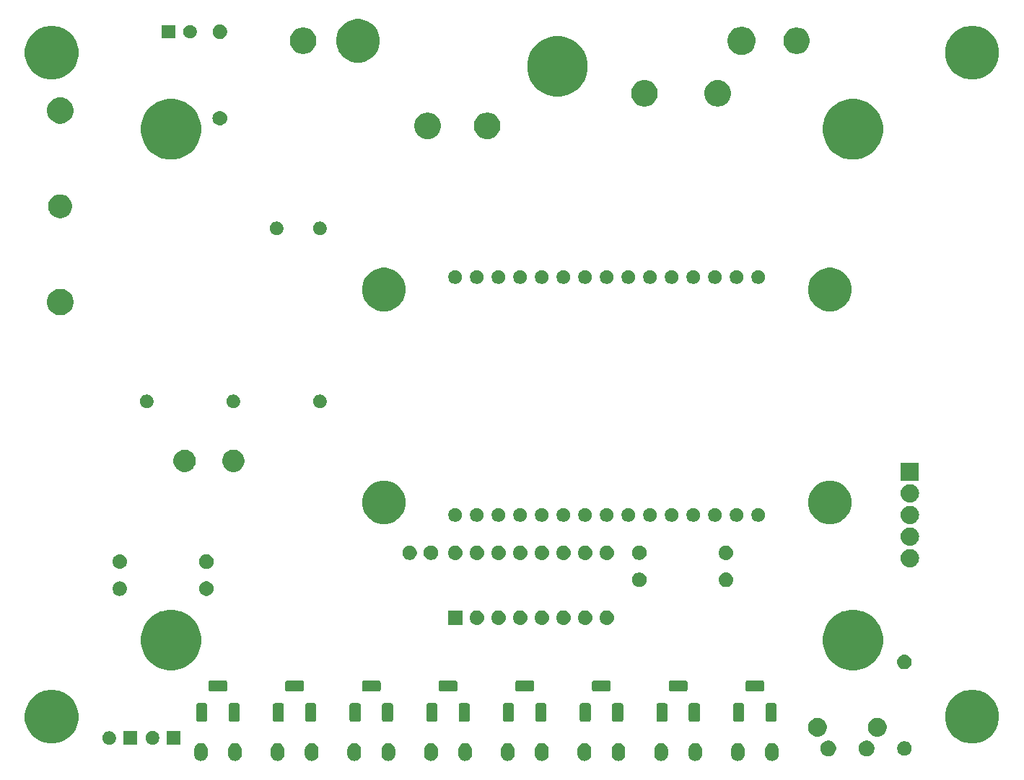
<source format=gbs>
G04 #@! TF.GenerationSoftware,KiCad,Pcbnew,(5.1.4)-1*
G04 #@! TF.CreationDate,2019-09-16T22:16:00+02:00*
G04 #@! TF.ProjectId,BBMini,42424d69-6e69-42e6-9b69-6361645f7063,V1.0*
G04 #@! TF.SameCoordinates,PXe4e1c0PY6516e80*
G04 #@! TF.FileFunction,Soldermask,Bot*
G04 #@! TF.FilePolarity,Negative*
%FSLAX46Y46*%
G04 Gerber Fmt 4.6, Leading zero omitted, Abs format (unit mm)*
G04 Created by KiCad (PCBNEW (5.1.4)-1) date 2019-09-16 22:16:00*
%MOMM*%
%LPD*%
G04 APERTURE LIST*
%ADD10C,0.100000*%
G04 APERTURE END LIST*
D10*
G36*
X56157023Y3389410D02*
G01*
X56243126Y3363291D01*
X56308013Y3343608D01*
X56447165Y3269229D01*
X56569133Y3169133D01*
X56669229Y3047165D01*
X56743608Y2908013D01*
X56743608Y2908012D01*
X56789410Y2757023D01*
X56801000Y2639345D01*
X56801000Y2060655D01*
X56789410Y1942977D01*
X56771090Y1882585D01*
X56743608Y1791987D01*
X56669230Y1652836D01*
X56669229Y1652835D01*
X56569133Y1530867D01*
X56447164Y1430771D01*
X56308012Y1356392D01*
X56257681Y1341125D01*
X56157022Y1310590D01*
X56000000Y1295125D01*
X55842977Y1310590D01*
X55742318Y1341125D01*
X55691987Y1356392D01*
X55552835Y1430771D01*
X55430867Y1530867D01*
X55330771Y1652836D01*
X55256393Y1791987D01*
X55256392Y1791988D01*
X55216954Y1922000D01*
X55210590Y1942978D01*
X55199000Y2060656D01*
X55199000Y2639345D01*
X55210590Y2757023D01*
X55256392Y2908012D01*
X55256392Y2908013D01*
X55275607Y2943961D01*
X55330771Y3047165D01*
X55430868Y3169133D01*
X55552836Y3269229D01*
X55691988Y3343608D01*
X55756875Y3363291D01*
X55842978Y3389410D01*
X56000000Y3404875D01*
X56157023Y3389410D01*
X56157023Y3389410D01*
G37*
G36*
X52157023Y3389410D02*
G01*
X52243126Y3363291D01*
X52308013Y3343608D01*
X52447165Y3269229D01*
X52569133Y3169133D01*
X52669229Y3047165D01*
X52743608Y2908013D01*
X52743608Y2908012D01*
X52789410Y2757023D01*
X52801000Y2639345D01*
X52801000Y2060655D01*
X52789410Y1942977D01*
X52771090Y1882585D01*
X52743608Y1791987D01*
X52669230Y1652836D01*
X52669229Y1652835D01*
X52569133Y1530867D01*
X52447164Y1430771D01*
X52308012Y1356392D01*
X52257681Y1341125D01*
X52157022Y1310590D01*
X52000000Y1295125D01*
X51842977Y1310590D01*
X51742318Y1341125D01*
X51691987Y1356392D01*
X51552835Y1430771D01*
X51430867Y1530867D01*
X51330771Y1652836D01*
X51256393Y1791987D01*
X51256392Y1791988D01*
X51216954Y1922000D01*
X51210590Y1942978D01*
X51199000Y2060656D01*
X51199000Y2639345D01*
X51210590Y2757023D01*
X51256392Y2908012D01*
X51256392Y2908013D01*
X51275607Y2943961D01*
X51330771Y3047165D01*
X51430868Y3169133D01*
X51552836Y3269229D01*
X51691988Y3343608D01*
X51756875Y3363291D01*
X51842978Y3389410D01*
X52000000Y3404875D01*
X52157023Y3389410D01*
X52157023Y3389410D01*
G37*
G36*
X25157023Y3389410D02*
G01*
X25243126Y3363291D01*
X25308013Y3343608D01*
X25447165Y3269229D01*
X25569133Y3169133D01*
X25669229Y3047165D01*
X25743608Y2908013D01*
X25743608Y2908012D01*
X25789410Y2757023D01*
X25801000Y2639345D01*
X25801000Y2060655D01*
X25789410Y1942977D01*
X25771090Y1882585D01*
X25743608Y1791987D01*
X25669230Y1652836D01*
X25669229Y1652835D01*
X25569133Y1530867D01*
X25447164Y1430771D01*
X25308012Y1356392D01*
X25257681Y1341125D01*
X25157022Y1310590D01*
X25000000Y1295125D01*
X24842977Y1310590D01*
X24742318Y1341125D01*
X24691987Y1356392D01*
X24552835Y1430771D01*
X24430867Y1530867D01*
X24330771Y1652836D01*
X24256393Y1791987D01*
X24256392Y1791988D01*
X24216954Y1922000D01*
X24210590Y1942978D01*
X24199000Y2060656D01*
X24199000Y2639345D01*
X24210590Y2757023D01*
X24256392Y2908012D01*
X24256392Y2908013D01*
X24275607Y2943961D01*
X24330771Y3047165D01*
X24430868Y3169133D01*
X24552836Y3269229D01*
X24691988Y3343608D01*
X24756875Y3363291D01*
X24842978Y3389410D01*
X25000000Y3404875D01*
X25157023Y3389410D01*
X25157023Y3389410D01*
G37*
G36*
X29157023Y3389410D02*
G01*
X29243126Y3363291D01*
X29308013Y3343608D01*
X29447165Y3269229D01*
X29569133Y3169133D01*
X29669229Y3047165D01*
X29743608Y2908013D01*
X29743608Y2908012D01*
X29789410Y2757023D01*
X29801000Y2639345D01*
X29801000Y2060655D01*
X29789410Y1942977D01*
X29771090Y1882585D01*
X29743608Y1791987D01*
X29669230Y1652836D01*
X29669229Y1652835D01*
X29569133Y1530867D01*
X29447164Y1430771D01*
X29308012Y1356392D01*
X29257681Y1341125D01*
X29157022Y1310590D01*
X29000000Y1295125D01*
X28842977Y1310590D01*
X28742318Y1341125D01*
X28691987Y1356392D01*
X28552835Y1430771D01*
X28430867Y1530867D01*
X28330771Y1652836D01*
X28256393Y1791987D01*
X28256392Y1791988D01*
X28216954Y1922000D01*
X28210590Y1942978D01*
X28199000Y2060656D01*
X28199000Y2639345D01*
X28210590Y2757023D01*
X28256392Y2908012D01*
X28256392Y2908013D01*
X28275607Y2943961D01*
X28330771Y3047165D01*
X28430868Y3169133D01*
X28552836Y3269229D01*
X28691988Y3343608D01*
X28756875Y3363291D01*
X28842978Y3389410D01*
X29000000Y3404875D01*
X29157023Y3389410D01*
X29157023Y3389410D01*
G37*
G36*
X34157023Y3389410D02*
G01*
X34243126Y3363291D01*
X34308013Y3343608D01*
X34447165Y3269229D01*
X34569133Y3169133D01*
X34669229Y3047165D01*
X34743608Y2908013D01*
X34743608Y2908012D01*
X34789410Y2757023D01*
X34801000Y2639345D01*
X34801000Y2060655D01*
X34789410Y1942977D01*
X34771090Y1882585D01*
X34743608Y1791987D01*
X34669230Y1652836D01*
X34669229Y1652835D01*
X34569133Y1530867D01*
X34447164Y1430771D01*
X34308012Y1356392D01*
X34257681Y1341125D01*
X34157022Y1310590D01*
X34000000Y1295125D01*
X33842977Y1310590D01*
X33742318Y1341125D01*
X33691987Y1356392D01*
X33552835Y1430771D01*
X33430867Y1530867D01*
X33330771Y1652836D01*
X33256393Y1791987D01*
X33256392Y1791988D01*
X33216954Y1922000D01*
X33210590Y1942978D01*
X33199000Y2060656D01*
X33199000Y2639345D01*
X33210590Y2757023D01*
X33256392Y2908012D01*
X33256392Y2908013D01*
X33275607Y2943961D01*
X33330771Y3047165D01*
X33430868Y3169133D01*
X33552836Y3269229D01*
X33691988Y3343608D01*
X33756875Y3363291D01*
X33842978Y3389410D01*
X34000000Y3404875D01*
X34157023Y3389410D01*
X34157023Y3389410D01*
G37*
G36*
X38157023Y3389410D02*
G01*
X38243126Y3363291D01*
X38308013Y3343608D01*
X38447165Y3269229D01*
X38569133Y3169133D01*
X38669229Y3047165D01*
X38743608Y2908013D01*
X38743608Y2908012D01*
X38789410Y2757023D01*
X38801000Y2639345D01*
X38801000Y2060655D01*
X38789410Y1942977D01*
X38771090Y1882585D01*
X38743608Y1791987D01*
X38669230Y1652836D01*
X38669229Y1652835D01*
X38569133Y1530867D01*
X38447164Y1430771D01*
X38308012Y1356392D01*
X38257681Y1341125D01*
X38157022Y1310590D01*
X38000000Y1295125D01*
X37842977Y1310590D01*
X37742318Y1341125D01*
X37691987Y1356392D01*
X37552835Y1430771D01*
X37430867Y1530867D01*
X37330771Y1652836D01*
X37256393Y1791987D01*
X37256392Y1791988D01*
X37216954Y1922000D01*
X37210590Y1942978D01*
X37199000Y2060656D01*
X37199000Y2639345D01*
X37210590Y2757023D01*
X37256392Y2908012D01*
X37256392Y2908013D01*
X37275607Y2943961D01*
X37330771Y3047165D01*
X37430868Y3169133D01*
X37552836Y3269229D01*
X37691988Y3343608D01*
X37756875Y3363291D01*
X37842978Y3389410D01*
X38000000Y3404875D01*
X38157023Y3389410D01*
X38157023Y3389410D01*
G37*
G36*
X43157023Y3389410D02*
G01*
X43243126Y3363291D01*
X43308013Y3343608D01*
X43447165Y3269229D01*
X43569133Y3169133D01*
X43669229Y3047165D01*
X43743608Y2908013D01*
X43743608Y2908012D01*
X43789410Y2757023D01*
X43801000Y2639345D01*
X43801000Y2060655D01*
X43789410Y1942977D01*
X43771090Y1882585D01*
X43743608Y1791987D01*
X43669230Y1652836D01*
X43669229Y1652835D01*
X43569133Y1530867D01*
X43447164Y1430771D01*
X43308012Y1356392D01*
X43257681Y1341125D01*
X43157022Y1310590D01*
X43000000Y1295125D01*
X42842977Y1310590D01*
X42742318Y1341125D01*
X42691987Y1356392D01*
X42552835Y1430771D01*
X42430867Y1530867D01*
X42330771Y1652836D01*
X42256393Y1791987D01*
X42256392Y1791988D01*
X42216954Y1922000D01*
X42210590Y1942978D01*
X42199000Y2060656D01*
X42199000Y2639345D01*
X42210590Y2757023D01*
X42256392Y2908012D01*
X42256392Y2908013D01*
X42275607Y2943961D01*
X42330771Y3047165D01*
X42430868Y3169133D01*
X42552836Y3269229D01*
X42691988Y3343608D01*
X42756875Y3363291D01*
X42842978Y3389410D01*
X43000000Y3404875D01*
X43157023Y3389410D01*
X43157023Y3389410D01*
G37*
G36*
X47157023Y3389410D02*
G01*
X47243126Y3363291D01*
X47308013Y3343608D01*
X47447165Y3269229D01*
X47569133Y3169133D01*
X47669229Y3047165D01*
X47743608Y2908013D01*
X47743608Y2908012D01*
X47789410Y2757023D01*
X47801000Y2639345D01*
X47801000Y2060655D01*
X47789410Y1942977D01*
X47771090Y1882585D01*
X47743608Y1791987D01*
X47669230Y1652836D01*
X47669229Y1652835D01*
X47569133Y1530867D01*
X47447164Y1430771D01*
X47308012Y1356392D01*
X47257681Y1341125D01*
X47157022Y1310590D01*
X47000000Y1295125D01*
X46842977Y1310590D01*
X46742318Y1341125D01*
X46691987Y1356392D01*
X46552835Y1430771D01*
X46430867Y1530867D01*
X46330771Y1652836D01*
X46256393Y1791987D01*
X46256392Y1791988D01*
X46216954Y1922000D01*
X46210590Y1942978D01*
X46199000Y2060656D01*
X46199000Y2639345D01*
X46210590Y2757023D01*
X46256392Y2908012D01*
X46256392Y2908013D01*
X46275607Y2943961D01*
X46330771Y3047165D01*
X46430868Y3169133D01*
X46552836Y3269229D01*
X46691988Y3343608D01*
X46756875Y3363291D01*
X46842978Y3389410D01*
X47000000Y3404875D01*
X47157023Y3389410D01*
X47157023Y3389410D01*
G37*
G36*
X92157023Y3389410D02*
G01*
X92243126Y3363291D01*
X92308013Y3343608D01*
X92447165Y3269229D01*
X92569133Y3169133D01*
X92669229Y3047165D01*
X92743608Y2908013D01*
X92743608Y2908012D01*
X92789410Y2757023D01*
X92801000Y2639345D01*
X92801000Y2060655D01*
X92789410Y1942977D01*
X92771090Y1882585D01*
X92743608Y1791987D01*
X92669230Y1652836D01*
X92669229Y1652835D01*
X92569133Y1530867D01*
X92447164Y1430771D01*
X92308012Y1356392D01*
X92257681Y1341125D01*
X92157022Y1310590D01*
X92000000Y1295125D01*
X91842977Y1310590D01*
X91742318Y1341125D01*
X91691987Y1356392D01*
X91552835Y1430771D01*
X91430867Y1530867D01*
X91330771Y1652836D01*
X91256393Y1791987D01*
X91256392Y1791988D01*
X91216954Y1922000D01*
X91210590Y1942978D01*
X91199000Y2060656D01*
X91199000Y2639345D01*
X91210590Y2757023D01*
X91256392Y2908012D01*
X91256392Y2908013D01*
X91275607Y2943961D01*
X91330771Y3047165D01*
X91430868Y3169133D01*
X91552836Y3269229D01*
X91691988Y3343608D01*
X91756875Y3363291D01*
X91842978Y3389410D01*
X92000000Y3404875D01*
X92157023Y3389410D01*
X92157023Y3389410D01*
G37*
G36*
X61157023Y3389410D02*
G01*
X61243126Y3363291D01*
X61308013Y3343608D01*
X61447165Y3269229D01*
X61569133Y3169133D01*
X61669229Y3047165D01*
X61743608Y2908013D01*
X61743608Y2908012D01*
X61789410Y2757023D01*
X61801000Y2639345D01*
X61801000Y2060655D01*
X61789410Y1942977D01*
X61771090Y1882585D01*
X61743608Y1791987D01*
X61669230Y1652836D01*
X61669229Y1652835D01*
X61569133Y1530867D01*
X61447164Y1430771D01*
X61308012Y1356392D01*
X61257681Y1341125D01*
X61157022Y1310590D01*
X61000000Y1295125D01*
X60842977Y1310590D01*
X60742318Y1341125D01*
X60691987Y1356392D01*
X60552835Y1430771D01*
X60430867Y1530867D01*
X60330771Y1652836D01*
X60256393Y1791987D01*
X60256392Y1791988D01*
X60216954Y1922000D01*
X60210590Y1942978D01*
X60199000Y2060656D01*
X60199000Y2639345D01*
X60210590Y2757023D01*
X60256392Y2908012D01*
X60256392Y2908013D01*
X60275607Y2943961D01*
X60330771Y3047165D01*
X60430868Y3169133D01*
X60552836Y3269229D01*
X60691988Y3343608D01*
X60756875Y3363291D01*
X60842978Y3389410D01*
X61000000Y3404875D01*
X61157023Y3389410D01*
X61157023Y3389410D01*
G37*
G36*
X65157023Y3389410D02*
G01*
X65243126Y3363291D01*
X65308013Y3343608D01*
X65447165Y3269229D01*
X65569133Y3169133D01*
X65669229Y3047165D01*
X65743608Y2908013D01*
X65743608Y2908012D01*
X65789410Y2757023D01*
X65801000Y2639345D01*
X65801000Y2060655D01*
X65789410Y1942977D01*
X65771090Y1882585D01*
X65743608Y1791987D01*
X65669230Y1652836D01*
X65669229Y1652835D01*
X65569133Y1530867D01*
X65447164Y1430771D01*
X65308012Y1356392D01*
X65257681Y1341125D01*
X65157022Y1310590D01*
X65000000Y1295125D01*
X64842977Y1310590D01*
X64742318Y1341125D01*
X64691987Y1356392D01*
X64552835Y1430771D01*
X64430867Y1530867D01*
X64330771Y1652836D01*
X64256393Y1791987D01*
X64256392Y1791988D01*
X64216954Y1922000D01*
X64210590Y1942978D01*
X64199000Y2060656D01*
X64199000Y2639345D01*
X64210590Y2757023D01*
X64256392Y2908012D01*
X64256392Y2908013D01*
X64275607Y2943961D01*
X64330771Y3047165D01*
X64430868Y3169133D01*
X64552836Y3269229D01*
X64691988Y3343608D01*
X64756875Y3363291D01*
X64842978Y3389410D01*
X65000000Y3404875D01*
X65157023Y3389410D01*
X65157023Y3389410D01*
G37*
G36*
X70157023Y3389410D02*
G01*
X70243126Y3363291D01*
X70308013Y3343608D01*
X70447165Y3269229D01*
X70569133Y3169133D01*
X70669229Y3047165D01*
X70743608Y2908013D01*
X70743608Y2908012D01*
X70789410Y2757023D01*
X70801000Y2639345D01*
X70801000Y2060655D01*
X70789410Y1942977D01*
X70771090Y1882585D01*
X70743608Y1791987D01*
X70669230Y1652836D01*
X70669229Y1652835D01*
X70569133Y1530867D01*
X70447164Y1430771D01*
X70308012Y1356392D01*
X70257681Y1341125D01*
X70157022Y1310590D01*
X70000000Y1295125D01*
X69842977Y1310590D01*
X69742318Y1341125D01*
X69691987Y1356392D01*
X69552835Y1430771D01*
X69430867Y1530867D01*
X69330771Y1652836D01*
X69256393Y1791987D01*
X69256392Y1791988D01*
X69216954Y1922000D01*
X69210590Y1942978D01*
X69199000Y2060656D01*
X69199000Y2639345D01*
X69210590Y2757023D01*
X69256392Y2908012D01*
X69256392Y2908013D01*
X69275607Y2943961D01*
X69330771Y3047165D01*
X69430868Y3169133D01*
X69552836Y3269229D01*
X69691988Y3343608D01*
X69756875Y3363291D01*
X69842978Y3389410D01*
X70000000Y3404875D01*
X70157023Y3389410D01*
X70157023Y3389410D01*
G37*
G36*
X74157023Y3389410D02*
G01*
X74243126Y3363291D01*
X74308013Y3343608D01*
X74447165Y3269229D01*
X74569133Y3169133D01*
X74669229Y3047165D01*
X74743608Y2908013D01*
X74743608Y2908012D01*
X74789410Y2757023D01*
X74801000Y2639345D01*
X74801000Y2060655D01*
X74789410Y1942977D01*
X74771090Y1882585D01*
X74743608Y1791987D01*
X74669230Y1652836D01*
X74669229Y1652835D01*
X74569133Y1530867D01*
X74447164Y1430771D01*
X74308012Y1356392D01*
X74257681Y1341125D01*
X74157022Y1310590D01*
X74000000Y1295125D01*
X73842977Y1310590D01*
X73742318Y1341125D01*
X73691987Y1356392D01*
X73552835Y1430771D01*
X73430867Y1530867D01*
X73330771Y1652836D01*
X73256393Y1791987D01*
X73256392Y1791988D01*
X73216954Y1922000D01*
X73210590Y1942978D01*
X73199000Y2060656D01*
X73199000Y2639345D01*
X73210590Y2757023D01*
X73256392Y2908012D01*
X73256392Y2908013D01*
X73275607Y2943961D01*
X73330771Y3047165D01*
X73430868Y3169133D01*
X73552836Y3269229D01*
X73691988Y3343608D01*
X73756875Y3363291D01*
X73842978Y3389410D01*
X74000000Y3404875D01*
X74157023Y3389410D01*
X74157023Y3389410D01*
G37*
G36*
X79157023Y3389410D02*
G01*
X79243126Y3363291D01*
X79308013Y3343608D01*
X79447165Y3269229D01*
X79569133Y3169133D01*
X79669229Y3047165D01*
X79743608Y2908013D01*
X79743608Y2908012D01*
X79789410Y2757023D01*
X79801000Y2639345D01*
X79801000Y2060655D01*
X79789410Y1942977D01*
X79771090Y1882585D01*
X79743608Y1791987D01*
X79669230Y1652836D01*
X79669229Y1652835D01*
X79569133Y1530867D01*
X79447164Y1430771D01*
X79308012Y1356392D01*
X79257681Y1341125D01*
X79157022Y1310590D01*
X79000000Y1295125D01*
X78842977Y1310590D01*
X78742318Y1341125D01*
X78691987Y1356392D01*
X78552835Y1430771D01*
X78430867Y1530867D01*
X78330771Y1652836D01*
X78256393Y1791987D01*
X78256392Y1791988D01*
X78216954Y1922000D01*
X78210590Y1942978D01*
X78199000Y2060656D01*
X78199000Y2639345D01*
X78210590Y2757023D01*
X78256392Y2908012D01*
X78256392Y2908013D01*
X78275607Y2943961D01*
X78330771Y3047165D01*
X78430868Y3169133D01*
X78552836Y3269229D01*
X78691988Y3343608D01*
X78756875Y3363291D01*
X78842978Y3389410D01*
X79000000Y3404875D01*
X79157023Y3389410D01*
X79157023Y3389410D01*
G37*
G36*
X83157023Y3389410D02*
G01*
X83243126Y3363291D01*
X83308013Y3343608D01*
X83447165Y3269229D01*
X83569133Y3169133D01*
X83669229Y3047165D01*
X83743608Y2908013D01*
X83743608Y2908012D01*
X83789410Y2757023D01*
X83801000Y2639345D01*
X83801000Y2060655D01*
X83789410Y1942977D01*
X83771090Y1882585D01*
X83743608Y1791987D01*
X83669230Y1652836D01*
X83669229Y1652835D01*
X83569133Y1530867D01*
X83447164Y1430771D01*
X83308012Y1356392D01*
X83257681Y1341125D01*
X83157022Y1310590D01*
X83000000Y1295125D01*
X82842977Y1310590D01*
X82742318Y1341125D01*
X82691987Y1356392D01*
X82552835Y1430771D01*
X82430867Y1530867D01*
X82330771Y1652836D01*
X82256393Y1791987D01*
X82256392Y1791988D01*
X82216954Y1922000D01*
X82210590Y1942978D01*
X82199000Y2060656D01*
X82199000Y2639345D01*
X82210590Y2757023D01*
X82256392Y2908012D01*
X82256392Y2908013D01*
X82275607Y2943961D01*
X82330771Y3047165D01*
X82430868Y3169133D01*
X82552836Y3269229D01*
X82691988Y3343608D01*
X82756875Y3363291D01*
X82842978Y3389410D01*
X83000000Y3404875D01*
X83157023Y3389410D01*
X83157023Y3389410D01*
G37*
G36*
X88157023Y3389410D02*
G01*
X88243126Y3363291D01*
X88308013Y3343608D01*
X88447165Y3269229D01*
X88569133Y3169133D01*
X88669229Y3047165D01*
X88743608Y2908013D01*
X88743608Y2908012D01*
X88789410Y2757023D01*
X88801000Y2639345D01*
X88801000Y2060655D01*
X88789410Y1942977D01*
X88771090Y1882585D01*
X88743608Y1791987D01*
X88669230Y1652836D01*
X88669229Y1652835D01*
X88569133Y1530867D01*
X88447164Y1430771D01*
X88308012Y1356392D01*
X88257681Y1341125D01*
X88157022Y1310590D01*
X88000000Y1295125D01*
X87842977Y1310590D01*
X87742318Y1341125D01*
X87691987Y1356392D01*
X87552835Y1430771D01*
X87430867Y1530867D01*
X87330771Y1652836D01*
X87256393Y1791987D01*
X87256392Y1791988D01*
X87216954Y1922000D01*
X87210590Y1942978D01*
X87199000Y2060656D01*
X87199000Y2639345D01*
X87210590Y2757023D01*
X87256392Y2908012D01*
X87256392Y2908013D01*
X87275607Y2943961D01*
X87330771Y3047165D01*
X87430868Y3169133D01*
X87552836Y3269229D01*
X87691988Y3343608D01*
X87756875Y3363291D01*
X87842978Y3389410D01*
X88000000Y3404875D01*
X88157023Y3389410D01*
X88157023Y3389410D01*
G37*
G36*
X103380104Y3663415D02*
G01*
X103548626Y3593611D01*
X103700291Y3492272D01*
X103829272Y3363291D01*
X103930611Y3211626D01*
X104000415Y3043104D01*
X104036000Y2864203D01*
X104036000Y2681797D01*
X104000415Y2502896D01*
X103930611Y2334374D01*
X103829272Y2182709D01*
X103700291Y2053728D01*
X103548626Y1952389D01*
X103380104Y1882585D01*
X103201203Y1847000D01*
X103018797Y1847000D01*
X102839896Y1882585D01*
X102671374Y1952389D01*
X102519709Y2053728D01*
X102390728Y2182709D01*
X102289389Y2334374D01*
X102219585Y2502896D01*
X102184000Y2681797D01*
X102184000Y2864203D01*
X102219585Y3043104D01*
X102289389Y3211626D01*
X102390728Y3363291D01*
X102519709Y3492272D01*
X102671374Y3593611D01*
X102839896Y3663415D01*
X103018797Y3699000D01*
X103201203Y3699000D01*
X103380104Y3663415D01*
X103380104Y3663415D01*
G37*
G36*
X98880104Y3663415D02*
G01*
X99048626Y3593611D01*
X99200291Y3492272D01*
X99329272Y3363291D01*
X99430611Y3211626D01*
X99500415Y3043104D01*
X99536000Y2864203D01*
X99536000Y2681797D01*
X99500415Y2502896D01*
X99430611Y2334374D01*
X99329272Y2182709D01*
X99200291Y2053728D01*
X99048626Y1952389D01*
X98880104Y1882585D01*
X98701203Y1847000D01*
X98518797Y1847000D01*
X98339896Y1882585D01*
X98171374Y1952389D01*
X98019709Y2053728D01*
X97890728Y2182709D01*
X97789389Y2334374D01*
X97719585Y2502896D01*
X97684000Y2681797D01*
X97684000Y2864203D01*
X97719585Y3043104D01*
X97789389Y3211626D01*
X97890728Y3363291D01*
X98019709Y3492272D01*
X98171374Y3593611D01*
X98339896Y3663415D01*
X98518797Y3699000D01*
X98701203Y3699000D01*
X98880104Y3663415D01*
X98880104Y3663415D01*
G37*
G36*
X107803228Y3591297D02*
G01*
X107958100Y3527147D01*
X108097481Y3434015D01*
X108216015Y3315481D01*
X108309147Y3176100D01*
X108373297Y3021228D01*
X108406000Y2856816D01*
X108406000Y2689184D01*
X108373297Y2524772D01*
X108309147Y2369900D01*
X108216015Y2230519D01*
X108097481Y2111985D01*
X107958100Y2018853D01*
X107803228Y1954703D01*
X107638816Y1922000D01*
X107471184Y1922000D01*
X107306772Y1954703D01*
X107151900Y2018853D01*
X107012519Y2111985D01*
X106893985Y2230519D01*
X106800853Y2369900D01*
X106736703Y2524772D01*
X106704000Y2689184D01*
X106704000Y2856816D01*
X106736703Y3021228D01*
X106800853Y3176100D01*
X106893985Y3315481D01*
X107012519Y3434015D01*
X107151900Y3527147D01*
X107306772Y3591297D01*
X107471184Y3624000D01*
X107638816Y3624000D01*
X107803228Y3591297D01*
X107803228Y3591297D01*
G37*
G36*
X14483642Y4773719D02*
G01*
X14591996Y4728837D01*
X14629416Y4713337D01*
X14760608Y4625678D01*
X14872178Y4514108D01*
X14959837Y4382916D01*
X14959838Y4382914D01*
X15020219Y4237142D01*
X15051000Y4082393D01*
X15051000Y3924607D01*
X15020219Y3769858D01*
X14959838Y3624086D01*
X14959837Y3624084D01*
X14872178Y3492892D01*
X14760608Y3381322D01*
X14629416Y3293663D01*
X14629415Y3293662D01*
X14629414Y3293662D01*
X14483642Y3233281D01*
X14328893Y3202500D01*
X14171107Y3202500D01*
X14016358Y3233281D01*
X13870586Y3293662D01*
X13870585Y3293662D01*
X13870584Y3293663D01*
X13739392Y3381322D01*
X13627822Y3492892D01*
X13540163Y3624084D01*
X13540162Y3624086D01*
X13479781Y3769858D01*
X13449000Y3924607D01*
X13449000Y4082393D01*
X13479781Y4237142D01*
X13540162Y4382914D01*
X13540163Y4382916D01*
X13627822Y4514108D01*
X13739392Y4625678D01*
X13870584Y4713337D01*
X13908004Y4728837D01*
X14016358Y4773719D01*
X14171107Y4804500D01*
X14328893Y4804500D01*
X14483642Y4773719D01*
X14483642Y4773719D01*
G37*
G36*
X17551000Y3202500D02*
G01*
X15949000Y3202500D01*
X15949000Y4804500D01*
X17551000Y4804500D01*
X17551000Y3202500D01*
X17551000Y3202500D01*
G37*
G36*
X22631000Y3218000D02*
G01*
X21029000Y3218000D01*
X21029000Y4820000D01*
X22631000Y4820000D01*
X22631000Y3218000D01*
X22631000Y3218000D01*
G37*
G36*
X19563642Y4789219D02*
G01*
X19709414Y4728838D01*
X19709416Y4728837D01*
X19840608Y4641178D01*
X19952178Y4529608D01*
X20033568Y4407798D01*
X20039838Y4398414D01*
X20100219Y4252642D01*
X20131000Y4097893D01*
X20131000Y3940107D01*
X20100219Y3785358D01*
X20068018Y3707619D01*
X20039837Y3639584D01*
X19952178Y3508392D01*
X19840608Y3396822D01*
X19709416Y3309163D01*
X19709415Y3309162D01*
X19709414Y3309162D01*
X19563642Y3248781D01*
X19408893Y3218000D01*
X19251107Y3218000D01*
X19096358Y3248781D01*
X18950586Y3309162D01*
X18950585Y3309162D01*
X18950584Y3309163D01*
X18819392Y3396822D01*
X18707822Y3508392D01*
X18620163Y3639584D01*
X18591982Y3707619D01*
X18559781Y3785358D01*
X18529000Y3940107D01*
X18529000Y4097893D01*
X18559781Y4252642D01*
X18620162Y4398414D01*
X18626432Y4407798D01*
X18707822Y4529608D01*
X18819392Y4641178D01*
X18950584Y4728837D01*
X18950586Y4728838D01*
X19096358Y4789219D01*
X19251107Y4820000D01*
X19408893Y4820000D01*
X19563642Y4789219D01*
X19563642Y4789219D01*
G37*
G36*
X8216191Y9570273D02*
G01*
X8419113Y9529909D01*
X8992558Y9292380D01*
X9508645Y8947541D01*
X9947541Y8508645D01*
X10283624Y8005663D01*
X10292381Y7992556D01*
X10529909Y7419112D01*
X10651000Y6810348D01*
X10651000Y6189652D01*
X10570414Y5784520D01*
X10529909Y5580887D01*
X10292380Y5007442D01*
X9947541Y4491355D01*
X9508645Y4052459D01*
X8992558Y3707620D01*
X8992557Y3707619D01*
X8992556Y3707619D01*
X8828310Y3639586D01*
X8419113Y3470091D01*
X8237746Y3434015D01*
X7810348Y3349000D01*
X7189652Y3349000D01*
X6762254Y3434015D01*
X6580887Y3470091D01*
X6171690Y3639586D01*
X6007444Y3707619D01*
X6007443Y3707619D01*
X6007442Y3707620D01*
X5491355Y4052459D01*
X5052459Y4491355D01*
X4707620Y5007442D01*
X4470091Y5580887D01*
X4429586Y5784520D01*
X4349000Y6189652D01*
X4349000Y6810348D01*
X4470091Y7419112D01*
X4707619Y7992556D01*
X4716377Y8005663D01*
X5052459Y8508645D01*
X5491355Y8947541D01*
X6007442Y9292380D01*
X6580887Y9529909D01*
X6783809Y9570273D01*
X7189652Y9651000D01*
X7810348Y9651000D01*
X8216191Y9570273D01*
X8216191Y9570273D01*
G37*
G36*
X116216191Y9570273D02*
G01*
X116419113Y9529909D01*
X116992558Y9292380D01*
X117508645Y8947541D01*
X117947541Y8508645D01*
X118283624Y8005663D01*
X118292381Y7992556D01*
X118529909Y7419112D01*
X118651000Y6810348D01*
X118651000Y6189652D01*
X118570414Y5784520D01*
X118529909Y5580887D01*
X118292380Y5007442D01*
X117947541Y4491355D01*
X117508645Y4052459D01*
X116992558Y3707620D01*
X116992557Y3707619D01*
X116992556Y3707619D01*
X116828310Y3639586D01*
X116419113Y3470091D01*
X116237746Y3434015D01*
X115810348Y3349000D01*
X115189652Y3349000D01*
X114762254Y3434015D01*
X114580887Y3470091D01*
X114171690Y3639586D01*
X114007444Y3707619D01*
X114007443Y3707619D01*
X114007442Y3707620D01*
X113491355Y4052459D01*
X113052459Y4491355D01*
X112707620Y5007442D01*
X112470091Y5580887D01*
X112429586Y5784520D01*
X112349000Y6189652D01*
X112349000Y6810348D01*
X112470091Y7419112D01*
X112707619Y7992556D01*
X112716377Y8005663D01*
X113052459Y8508645D01*
X113491355Y8947541D01*
X114007442Y9292380D01*
X114580887Y9529909D01*
X114783809Y9570273D01*
X115189652Y9651000D01*
X115810348Y9651000D01*
X116216191Y9570273D01*
X116216191Y9570273D01*
G37*
G36*
X104574795Y6342844D02*
G01*
X104681150Y6321689D01*
X104781334Y6280191D01*
X104881520Y6238693D01*
X105061844Y6118205D01*
X105215205Y5964844D01*
X105335693Y5784520D01*
X105335693Y5784519D01*
X105418689Y5584150D01*
X105461000Y5371439D01*
X105461000Y5154561D01*
X105431737Y5007444D01*
X105418689Y4941851D01*
X105335693Y4741480D01*
X105215205Y4561156D01*
X105061844Y4407795D01*
X104881520Y4287307D01*
X104797833Y4252643D01*
X104681150Y4204311D01*
X104574794Y4183155D01*
X104468440Y4162000D01*
X104251560Y4162000D01*
X104145206Y4183155D01*
X104038850Y4204311D01*
X103922167Y4252643D01*
X103838480Y4287307D01*
X103658156Y4407795D01*
X103504795Y4561156D01*
X103384307Y4741480D01*
X103301311Y4941851D01*
X103288264Y5007444D01*
X103259000Y5154561D01*
X103259000Y5371439D01*
X103301311Y5584150D01*
X103384307Y5784519D01*
X103384307Y5784520D01*
X103504795Y5964844D01*
X103658156Y6118205D01*
X103838480Y6238693D01*
X104038850Y6321689D01*
X104145205Y6342844D01*
X104251560Y6364000D01*
X104468440Y6364000D01*
X104574795Y6342844D01*
X104574795Y6342844D01*
G37*
G36*
X97564795Y6342844D02*
G01*
X97671150Y6321689D01*
X97771334Y6280191D01*
X97871520Y6238693D01*
X98051844Y6118205D01*
X98205205Y5964844D01*
X98325693Y5784520D01*
X98325693Y5784519D01*
X98408689Y5584150D01*
X98451000Y5371439D01*
X98451000Y5154561D01*
X98421737Y5007444D01*
X98408689Y4941851D01*
X98325693Y4741480D01*
X98205205Y4561156D01*
X98051844Y4407795D01*
X97871520Y4287307D01*
X97787833Y4252643D01*
X97671150Y4204311D01*
X97564794Y4183155D01*
X97458440Y4162000D01*
X97241560Y4162000D01*
X97135206Y4183155D01*
X97028850Y4204311D01*
X96912167Y4252643D01*
X96828480Y4287307D01*
X96648156Y4407795D01*
X96494795Y4561156D01*
X96374307Y4741480D01*
X96291311Y4941851D01*
X96278264Y5007444D01*
X96249000Y5154561D01*
X96249000Y5371439D01*
X96291311Y5584150D01*
X96374307Y5784519D01*
X96374307Y5784520D01*
X96494795Y5964844D01*
X96648156Y6118205D01*
X96828480Y6238693D01*
X97028850Y6321689D01*
X97135205Y6342844D01*
X97241560Y6364000D01*
X97458440Y6364000D01*
X97564795Y6342844D01*
X97564795Y6342844D01*
G37*
G36*
X83339192Y8095354D02*
G01*
X83388414Y8080422D01*
X83433778Y8056174D01*
X83473542Y8023542D01*
X83506174Y7983778D01*
X83530422Y7938414D01*
X83545354Y7889192D01*
X83551000Y7831860D01*
X83551000Y6168140D01*
X83545354Y6110808D01*
X83530422Y6061586D01*
X83506174Y6016222D01*
X83473542Y5976458D01*
X83433778Y5943826D01*
X83388414Y5919578D01*
X83339192Y5904646D01*
X83281860Y5899000D01*
X82518140Y5899000D01*
X82460808Y5904646D01*
X82411586Y5919578D01*
X82366222Y5943826D01*
X82326458Y5976458D01*
X82293826Y6016222D01*
X82269578Y6061586D01*
X82254646Y6110808D01*
X82249000Y6168140D01*
X82249000Y7831860D01*
X82254646Y7889192D01*
X82269578Y7938414D01*
X82293826Y7983778D01*
X82326458Y8023542D01*
X82366222Y8056174D01*
X82411586Y8080422D01*
X82460808Y8095354D01*
X82518140Y8101000D01*
X83281860Y8101000D01*
X83339192Y8095354D01*
X83339192Y8095354D01*
G37*
G36*
X38339192Y8095354D02*
G01*
X38388414Y8080422D01*
X38433778Y8056174D01*
X38473542Y8023542D01*
X38506174Y7983778D01*
X38530422Y7938414D01*
X38545354Y7889192D01*
X38551000Y7831860D01*
X38551000Y6168140D01*
X38545354Y6110808D01*
X38530422Y6061586D01*
X38506174Y6016222D01*
X38473542Y5976458D01*
X38433778Y5943826D01*
X38388414Y5919578D01*
X38339192Y5904646D01*
X38281860Y5899000D01*
X37518140Y5899000D01*
X37460808Y5904646D01*
X37411586Y5919578D01*
X37366222Y5943826D01*
X37326458Y5976458D01*
X37293826Y6016222D01*
X37269578Y6061586D01*
X37254646Y6110808D01*
X37249000Y6168140D01*
X37249000Y7831860D01*
X37254646Y7889192D01*
X37269578Y7938414D01*
X37293826Y7983778D01*
X37326458Y8023542D01*
X37366222Y8056174D01*
X37411586Y8080422D01*
X37460808Y8095354D01*
X37518140Y8101000D01*
X38281860Y8101000D01*
X38339192Y8095354D01*
X38339192Y8095354D01*
G37*
G36*
X29339192Y8095354D02*
G01*
X29388414Y8080422D01*
X29433778Y8056174D01*
X29473542Y8023542D01*
X29506174Y7983778D01*
X29530422Y7938414D01*
X29545354Y7889192D01*
X29551000Y7831860D01*
X29551000Y6168140D01*
X29545354Y6110808D01*
X29530422Y6061586D01*
X29506174Y6016222D01*
X29473542Y5976458D01*
X29433778Y5943826D01*
X29388414Y5919578D01*
X29339192Y5904646D01*
X29281860Y5899000D01*
X28518140Y5899000D01*
X28460808Y5904646D01*
X28411586Y5919578D01*
X28366222Y5943826D01*
X28326458Y5976458D01*
X28293826Y6016222D01*
X28269578Y6061586D01*
X28254646Y6110808D01*
X28249000Y6168140D01*
X28249000Y7831860D01*
X28254646Y7889192D01*
X28269578Y7938414D01*
X28293826Y7983778D01*
X28326458Y8023542D01*
X28366222Y8056174D01*
X28411586Y8080422D01*
X28460808Y8095354D01*
X28518140Y8101000D01*
X29281860Y8101000D01*
X29339192Y8095354D01*
X29339192Y8095354D01*
G37*
G36*
X25539192Y8095354D02*
G01*
X25588414Y8080422D01*
X25633778Y8056174D01*
X25673542Y8023542D01*
X25706174Y7983778D01*
X25730422Y7938414D01*
X25745354Y7889192D01*
X25751000Y7831860D01*
X25751000Y6168140D01*
X25745354Y6110808D01*
X25730422Y6061586D01*
X25706174Y6016222D01*
X25673542Y5976458D01*
X25633778Y5943826D01*
X25588414Y5919578D01*
X25539192Y5904646D01*
X25481860Y5899000D01*
X24718140Y5899000D01*
X24660808Y5904646D01*
X24611586Y5919578D01*
X24566222Y5943826D01*
X24526458Y5976458D01*
X24493826Y6016222D01*
X24469578Y6061586D01*
X24454646Y6110808D01*
X24449000Y6168140D01*
X24449000Y7831860D01*
X24454646Y7889192D01*
X24469578Y7938414D01*
X24493826Y7983778D01*
X24526458Y8023542D01*
X24566222Y8056174D01*
X24611586Y8080422D01*
X24660808Y8095354D01*
X24718140Y8101000D01*
X25481860Y8101000D01*
X25539192Y8095354D01*
X25539192Y8095354D01*
G37*
G36*
X34539192Y8095354D02*
G01*
X34588414Y8080422D01*
X34633778Y8056174D01*
X34673542Y8023542D01*
X34706174Y7983778D01*
X34730422Y7938414D01*
X34745354Y7889192D01*
X34751000Y7831860D01*
X34751000Y6168140D01*
X34745354Y6110808D01*
X34730422Y6061586D01*
X34706174Y6016222D01*
X34673542Y5976458D01*
X34633778Y5943826D01*
X34588414Y5919578D01*
X34539192Y5904646D01*
X34481860Y5899000D01*
X33718140Y5899000D01*
X33660808Y5904646D01*
X33611586Y5919578D01*
X33566222Y5943826D01*
X33526458Y5976458D01*
X33493826Y6016222D01*
X33469578Y6061586D01*
X33454646Y6110808D01*
X33449000Y6168140D01*
X33449000Y7831860D01*
X33454646Y7889192D01*
X33469578Y7938414D01*
X33493826Y7983778D01*
X33526458Y8023542D01*
X33566222Y8056174D01*
X33611586Y8080422D01*
X33660808Y8095354D01*
X33718140Y8101000D01*
X34481860Y8101000D01*
X34539192Y8095354D01*
X34539192Y8095354D01*
G37*
G36*
X79539192Y8095354D02*
G01*
X79588414Y8080422D01*
X79633778Y8056174D01*
X79673542Y8023542D01*
X79706174Y7983778D01*
X79730422Y7938414D01*
X79745354Y7889192D01*
X79751000Y7831860D01*
X79751000Y6168140D01*
X79745354Y6110808D01*
X79730422Y6061586D01*
X79706174Y6016222D01*
X79673542Y5976458D01*
X79633778Y5943826D01*
X79588414Y5919578D01*
X79539192Y5904646D01*
X79481860Y5899000D01*
X78718140Y5899000D01*
X78660808Y5904646D01*
X78611586Y5919578D01*
X78566222Y5943826D01*
X78526458Y5976458D01*
X78493826Y6016222D01*
X78469578Y6061586D01*
X78454646Y6110808D01*
X78449000Y6168140D01*
X78449000Y7831860D01*
X78454646Y7889192D01*
X78469578Y7938414D01*
X78493826Y7983778D01*
X78526458Y8023542D01*
X78566222Y8056174D01*
X78611586Y8080422D01*
X78660808Y8095354D01*
X78718140Y8101000D01*
X79481860Y8101000D01*
X79539192Y8095354D01*
X79539192Y8095354D01*
G37*
G36*
X74339192Y8095354D02*
G01*
X74388414Y8080422D01*
X74433778Y8056174D01*
X74473542Y8023542D01*
X74506174Y7983778D01*
X74530422Y7938414D01*
X74545354Y7889192D01*
X74551000Y7831860D01*
X74551000Y6168140D01*
X74545354Y6110808D01*
X74530422Y6061586D01*
X74506174Y6016222D01*
X74473542Y5976458D01*
X74433778Y5943826D01*
X74388414Y5919578D01*
X74339192Y5904646D01*
X74281860Y5899000D01*
X73518140Y5899000D01*
X73460808Y5904646D01*
X73411586Y5919578D01*
X73366222Y5943826D01*
X73326458Y5976458D01*
X73293826Y6016222D01*
X73269578Y6061586D01*
X73254646Y6110808D01*
X73249000Y6168140D01*
X73249000Y7831860D01*
X73254646Y7889192D01*
X73269578Y7938414D01*
X73293826Y7983778D01*
X73326458Y8023542D01*
X73366222Y8056174D01*
X73411586Y8080422D01*
X73460808Y8095354D01*
X73518140Y8101000D01*
X74281860Y8101000D01*
X74339192Y8095354D01*
X74339192Y8095354D01*
G37*
G36*
X88539192Y8095354D02*
G01*
X88588414Y8080422D01*
X88633778Y8056174D01*
X88673542Y8023542D01*
X88706174Y7983778D01*
X88730422Y7938414D01*
X88745354Y7889192D01*
X88751000Y7831860D01*
X88751000Y6168140D01*
X88745354Y6110808D01*
X88730422Y6061586D01*
X88706174Y6016222D01*
X88673542Y5976458D01*
X88633778Y5943826D01*
X88588414Y5919578D01*
X88539192Y5904646D01*
X88481860Y5899000D01*
X87718140Y5899000D01*
X87660808Y5904646D01*
X87611586Y5919578D01*
X87566222Y5943826D01*
X87526458Y5976458D01*
X87493826Y6016222D01*
X87469578Y6061586D01*
X87454646Y6110808D01*
X87449000Y6168140D01*
X87449000Y7831860D01*
X87454646Y7889192D01*
X87469578Y7938414D01*
X87493826Y7983778D01*
X87526458Y8023542D01*
X87566222Y8056174D01*
X87611586Y8080422D01*
X87660808Y8095354D01*
X87718140Y8101000D01*
X88481860Y8101000D01*
X88539192Y8095354D01*
X88539192Y8095354D01*
G37*
G36*
X47339192Y8095354D02*
G01*
X47388414Y8080422D01*
X47433778Y8056174D01*
X47473542Y8023542D01*
X47506174Y7983778D01*
X47530422Y7938414D01*
X47545354Y7889192D01*
X47551000Y7831860D01*
X47551000Y6168140D01*
X47545354Y6110808D01*
X47530422Y6061586D01*
X47506174Y6016222D01*
X47473542Y5976458D01*
X47433778Y5943826D01*
X47388414Y5919578D01*
X47339192Y5904646D01*
X47281860Y5899000D01*
X46518140Y5899000D01*
X46460808Y5904646D01*
X46411586Y5919578D01*
X46366222Y5943826D01*
X46326458Y5976458D01*
X46293826Y6016222D01*
X46269578Y6061586D01*
X46254646Y6110808D01*
X46249000Y6168140D01*
X46249000Y7831860D01*
X46254646Y7889192D01*
X46269578Y7938414D01*
X46293826Y7983778D01*
X46326458Y8023542D01*
X46366222Y8056174D01*
X46411586Y8080422D01*
X46460808Y8095354D01*
X46518140Y8101000D01*
X47281860Y8101000D01*
X47339192Y8095354D01*
X47339192Y8095354D01*
G37*
G36*
X52539192Y8095354D02*
G01*
X52588414Y8080422D01*
X52633778Y8056174D01*
X52673542Y8023542D01*
X52706174Y7983778D01*
X52730422Y7938414D01*
X52745354Y7889192D01*
X52751000Y7831860D01*
X52751000Y6168140D01*
X52745354Y6110808D01*
X52730422Y6061586D01*
X52706174Y6016222D01*
X52673542Y5976458D01*
X52633778Y5943826D01*
X52588414Y5919578D01*
X52539192Y5904646D01*
X52481860Y5899000D01*
X51718140Y5899000D01*
X51660808Y5904646D01*
X51611586Y5919578D01*
X51566222Y5943826D01*
X51526458Y5976458D01*
X51493826Y6016222D01*
X51469578Y6061586D01*
X51454646Y6110808D01*
X51449000Y6168140D01*
X51449000Y7831860D01*
X51454646Y7889192D01*
X51469578Y7938414D01*
X51493826Y7983778D01*
X51526458Y8023542D01*
X51566222Y8056174D01*
X51611586Y8080422D01*
X51660808Y8095354D01*
X51718140Y8101000D01*
X52481860Y8101000D01*
X52539192Y8095354D01*
X52539192Y8095354D01*
G37*
G36*
X92339192Y8095354D02*
G01*
X92388414Y8080422D01*
X92433778Y8056174D01*
X92473542Y8023542D01*
X92506174Y7983778D01*
X92530422Y7938414D01*
X92545354Y7889192D01*
X92551000Y7831860D01*
X92551000Y6168140D01*
X92545354Y6110808D01*
X92530422Y6061586D01*
X92506174Y6016222D01*
X92473542Y5976458D01*
X92433778Y5943826D01*
X92388414Y5919578D01*
X92339192Y5904646D01*
X92281860Y5899000D01*
X91518140Y5899000D01*
X91460808Y5904646D01*
X91411586Y5919578D01*
X91366222Y5943826D01*
X91326458Y5976458D01*
X91293826Y6016222D01*
X91269578Y6061586D01*
X91254646Y6110808D01*
X91249000Y6168140D01*
X91249000Y7831860D01*
X91254646Y7889192D01*
X91269578Y7938414D01*
X91293826Y7983778D01*
X91326458Y8023542D01*
X91366222Y8056174D01*
X91411586Y8080422D01*
X91460808Y8095354D01*
X91518140Y8101000D01*
X92281860Y8101000D01*
X92339192Y8095354D01*
X92339192Y8095354D01*
G37*
G36*
X43539192Y8095354D02*
G01*
X43588414Y8080422D01*
X43633778Y8056174D01*
X43673542Y8023542D01*
X43706174Y7983778D01*
X43730422Y7938414D01*
X43745354Y7889192D01*
X43751000Y7831860D01*
X43751000Y6168140D01*
X43745354Y6110808D01*
X43730422Y6061586D01*
X43706174Y6016222D01*
X43673542Y5976458D01*
X43633778Y5943826D01*
X43588414Y5919578D01*
X43539192Y5904646D01*
X43481860Y5899000D01*
X42718140Y5899000D01*
X42660808Y5904646D01*
X42611586Y5919578D01*
X42566222Y5943826D01*
X42526458Y5976458D01*
X42493826Y6016222D01*
X42469578Y6061586D01*
X42454646Y6110808D01*
X42449000Y6168140D01*
X42449000Y7831860D01*
X42454646Y7889192D01*
X42469578Y7938414D01*
X42493826Y7983778D01*
X42526458Y8023542D01*
X42566222Y8056174D01*
X42611586Y8080422D01*
X42660808Y8095354D01*
X42718140Y8101000D01*
X43481860Y8101000D01*
X43539192Y8095354D01*
X43539192Y8095354D01*
G37*
G36*
X61539192Y8095354D02*
G01*
X61588414Y8080422D01*
X61633778Y8056174D01*
X61673542Y8023542D01*
X61706174Y7983778D01*
X61730422Y7938414D01*
X61745354Y7889192D01*
X61751000Y7831860D01*
X61751000Y6168140D01*
X61745354Y6110808D01*
X61730422Y6061586D01*
X61706174Y6016222D01*
X61673542Y5976458D01*
X61633778Y5943826D01*
X61588414Y5919578D01*
X61539192Y5904646D01*
X61481860Y5899000D01*
X60718140Y5899000D01*
X60660808Y5904646D01*
X60611586Y5919578D01*
X60566222Y5943826D01*
X60526458Y5976458D01*
X60493826Y6016222D01*
X60469578Y6061586D01*
X60454646Y6110808D01*
X60449000Y6168140D01*
X60449000Y7831860D01*
X60454646Y7889192D01*
X60469578Y7938414D01*
X60493826Y7983778D01*
X60526458Y8023542D01*
X60566222Y8056174D01*
X60611586Y8080422D01*
X60660808Y8095354D01*
X60718140Y8101000D01*
X61481860Y8101000D01*
X61539192Y8095354D01*
X61539192Y8095354D01*
G37*
G36*
X56339192Y8095354D02*
G01*
X56388414Y8080422D01*
X56433778Y8056174D01*
X56473542Y8023542D01*
X56506174Y7983778D01*
X56530422Y7938414D01*
X56545354Y7889192D01*
X56551000Y7831860D01*
X56551000Y6168140D01*
X56545354Y6110808D01*
X56530422Y6061586D01*
X56506174Y6016222D01*
X56473542Y5976458D01*
X56433778Y5943826D01*
X56388414Y5919578D01*
X56339192Y5904646D01*
X56281860Y5899000D01*
X55518140Y5899000D01*
X55460808Y5904646D01*
X55411586Y5919578D01*
X55366222Y5943826D01*
X55326458Y5976458D01*
X55293826Y6016222D01*
X55269578Y6061586D01*
X55254646Y6110808D01*
X55249000Y6168140D01*
X55249000Y7831860D01*
X55254646Y7889192D01*
X55269578Y7938414D01*
X55293826Y7983778D01*
X55326458Y8023542D01*
X55366222Y8056174D01*
X55411586Y8080422D01*
X55460808Y8095354D01*
X55518140Y8101000D01*
X56281860Y8101000D01*
X56339192Y8095354D01*
X56339192Y8095354D01*
G37*
G36*
X70539192Y8095354D02*
G01*
X70588414Y8080422D01*
X70633778Y8056174D01*
X70673542Y8023542D01*
X70706174Y7983778D01*
X70730422Y7938414D01*
X70745354Y7889192D01*
X70751000Y7831860D01*
X70751000Y6168140D01*
X70745354Y6110808D01*
X70730422Y6061586D01*
X70706174Y6016222D01*
X70673542Y5976458D01*
X70633778Y5943826D01*
X70588414Y5919578D01*
X70539192Y5904646D01*
X70481860Y5899000D01*
X69718140Y5899000D01*
X69660808Y5904646D01*
X69611586Y5919578D01*
X69566222Y5943826D01*
X69526458Y5976458D01*
X69493826Y6016222D01*
X69469578Y6061586D01*
X69454646Y6110808D01*
X69449000Y6168140D01*
X69449000Y7831860D01*
X69454646Y7889192D01*
X69469578Y7938414D01*
X69493826Y7983778D01*
X69526458Y8023542D01*
X69566222Y8056174D01*
X69611586Y8080422D01*
X69660808Y8095354D01*
X69718140Y8101000D01*
X70481860Y8101000D01*
X70539192Y8095354D01*
X70539192Y8095354D01*
G37*
G36*
X65339192Y8095354D02*
G01*
X65388414Y8080422D01*
X65433778Y8056174D01*
X65473542Y8023542D01*
X65506174Y7983778D01*
X65530422Y7938414D01*
X65545354Y7889192D01*
X65551000Y7831860D01*
X65551000Y6168140D01*
X65545354Y6110808D01*
X65530422Y6061586D01*
X65506174Y6016222D01*
X65473542Y5976458D01*
X65433778Y5943826D01*
X65388414Y5919578D01*
X65339192Y5904646D01*
X65281860Y5899000D01*
X64518140Y5899000D01*
X64460808Y5904646D01*
X64411586Y5919578D01*
X64366222Y5943826D01*
X64326458Y5976458D01*
X64293826Y6016222D01*
X64269578Y6061586D01*
X64254646Y6110808D01*
X64249000Y6168140D01*
X64249000Y7831860D01*
X64254646Y7889192D01*
X64269578Y7938414D01*
X64293826Y7983778D01*
X64326458Y8023542D01*
X64366222Y8056174D01*
X64411586Y8080422D01*
X64460808Y8095354D01*
X64518140Y8101000D01*
X65281860Y8101000D01*
X65339192Y8095354D01*
X65339192Y8095354D01*
G37*
G36*
X36889192Y10745354D02*
G01*
X36938414Y10730422D01*
X36983778Y10706174D01*
X37023542Y10673542D01*
X37056174Y10633778D01*
X37080422Y10588414D01*
X37095354Y10539192D01*
X37101000Y10481860D01*
X37101000Y9718140D01*
X37095354Y9660808D01*
X37080422Y9611586D01*
X37056174Y9566222D01*
X37023542Y9526458D01*
X36983778Y9493826D01*
X36938414Y9469578D01*
X36889192Y9454646D01*
X36831860Y9449000D01*
X35168140Y9449000D01*
X35110808Y9454646D01*
X35061586Y9469578D01*
X35016222Y9493826D01*
X34976458Y9526458D01*
X34943826Y9566222D01*
X34919578Y9611586D01*
X34904646Y9660808D01*
X34899000Y9718140D01*
X34899000Y10481860D01*
X34904646Y10539192D01*
X34919578Y10588414D01*
X34943826Y10633778D01*
X34976458Y10673542D01*
X35016222Y10706174D01*
X35061586Y10730422D01*
X35110808Y10745354D01*
X35168140Y10751000D01*
X36831860Y10751000D01*
X36889192Y10745354D01*
X36889192Y10745354D01*
G37*
G36*
X27889192Y10745354D02*
G01*
X27938414Y10730422D01*
X27983778Y10706174D01*
X28023542Y10673542D01*
X28056174Y10633778D01*
X28080422Y10588414D01*
X28095354Y10539192D01*
X28101000Y10481860D01*
X28101000Y9718140D01*
X28095354Y9660808D01*
X28080422Y9611586D01*
X28056174Y9566222D01*
X28023542Y9526458D01*
X27983778Y9493826D01*
X27938414Y9469578D01*
X27889192Y9454646D01*
X27831860Y9449000D01*
X26168140Y9449000D01*
X26110808Y9454646D01*
X26061586Y9469578D01*
X26016222Y9493826D01*
X25976458Y9526458D01*
X25943826Y9566222D01*
X25919578Y9611586D01*
X25904646Y9660808D01*
X25899000Y9718140D01*
X25899000Y10481860D01*
X25904646Y10539192D01*
X25919578Y10588414D01*
X25943826Y10633778D01*
X25976458Y10673542D01*
X26016222Y10706174D01*
X26061586Y10730422D01*
X26110808Y10745354D01*
X26168140Y10751000D01*
X27831860Y10751000D01*
X27889192Y10745354D01*
X27889192Y10745354D01*
G37*
G36*
X45889192Y10745354D02*
G01*
X45938414Y10730422D01*
X45983778Y10706174D01*
X46023542Y10673542D01*
X46056174Y10633778D01*
X46080422Y10588414D01*
X46095354Y10539192D01*
X46101000Y10481860D01*
X46101000Y9718140D01*
X46095354Y9660808D01*
X46080422Y9611586D01*
X46056174Y9566222D01*
X46023542Y9526458D01*
X45983778Y9493826D01*
X45938414Y9469578D01*
X45889192Y9454646D01*
X45831860Y9449000D01*
X44168140Y9449000D01*
X44110808Y9454646D01*
X44061586Y9469578D01*
X44016222Y9493826D01*
X43976458Y9526458D01*
X43943826Y9566222D01*
X43919578Y9611586D01*
X43904646Y9660808D01*
X43899000Y9718140D01*
X43899000Y10481860D01*
X43904646Y10539192D01*
X43919578Y10588414D01*
X43943826Y10633778D01*
X43976458Y10673542D01*
X44016222Y10706174D01*
X44061586Y10730422D01*
X44110808Y10745354D01*
X44168140Y10751000D01*
X45831860Y10751000D01*
X45889192Y10745354D01*
X45889192Y10745354D01*
G37*
G36*
X54889192Y10745354D02*
G01*
X54938414Y10730422D01*
X54983778Y10706174D01*
X55023542Y10673542D01*
X55056174Y10633778D01*
X55080422Y10588414D01*
X55095354Y10539192D01*
X55101000Y10481860D01*
X55101000Y9718140D01*
X55095354Y9660808D01*
X55080422Y9611586D01*
X55056174Y9566222D01*
X55023542Y9526458D01*
X54983778Y9493826D01*
X54938414Y9469578D01*
X54889192Y9454646D01*
X54831860Y9449000D01*
X53168140Y9449000D01*
X53110808Y9454646D01*
X53061586Y9469578D01*
X53016222Y9493826D01*
X52976458Y9526458D01*
X52943826Y9566222D01*
X52919578Y9611586D01*
X52904646Y9660808D01*
X52899000Y9718140D01*
X52899000Y10481860D01*
X52904646Y10539192D01*
X52919578Y10588414D01*
X52943826Y10633778D01*
X52976458Y10673542D01*
X53016222Y10706174D01*
X53061586Y10730422D01*
X53110808Y10745354D01*
X53168140Y10751000D01*
X54831860Y10751000D01*
X54889192Y10745354D01*
X54889192Y10745354D01*
G37*
G36*
X63889192Y10745354D02*
G01*
X63938414Y10730422D01*
X63983778Y10706174D01*
X64023542Y10673542D01*
X64056174Y10633778D01*
X64080422Y10588414D01*
X64095354Y10539192D01*
X64101000Y10481860D01*
X64101000Y9718140D01*
X64095354Y9660808D01*
X64080422Y9611586D01*
X64056174Y9566222D01*
X64023542Y9526458D01*
X63983778Y9493826D01*
X63938414Y9469578D01*
X63889192Y9454646D01*
X63831860Y9449000D01*
X62168140Y9449000D01*
X62110808Y9454646D01*
X62061586Y9469578D01*
X62016222Y9493826D01*
X61976458Y9526458D01*
X61943826Y9566222D01*
X61919578Y9611586D01*
X61904646Y9660808D01*
X61899000Y9718140D01*
X61899000Y10481860D01*
X61904646Y10539192D01*
X61919578Y10588414D01*
X61943826Y10633778D01*
X61976458Y10673542D01*
X62016222Y10706174D01*
X62061586Y10730422D01*
X62110808Y10745354D01*
X62168140Y10751000D01*
X63831860Y10751000D01*
X63889192Y10745354D01*
X63889192Y10745354D01*
G37*
G36*
X90889192Y10745354D02*
G01*
X90938414Y10730422D01*
X90983778Y10706174D01*
X91023542Y10673542D01*
X91056174Y10633778D01*
X91080422Y10588414D01*
X91095354Y10539192D01*
X91101000Y10481860D01*
X91101000Y9718140D01*
X91095354Y9660808D01*
X91080422Y9611586D01*
X91056174Y9566222D01*
X91023542Y9526458D01*
X90983778Y9493826D01*
X90938414Y9469578D01*
X90889192Y9454646D01*
X90831860Y9449000D01*
X89168140Y9449000D01*
X89110808Y9454646D01*
X89061586Y9469578D01*
X89016222Y9493826D01*
X88976458Y9526458D01*
X88943826Y9566222D01*
X88919578Y9611586D01*
X88904646Y9660808D01*
X88899000Y9718140D01*
X88899000Y10481860D01*
X88904646Y10539192D01*
X88919578Y10588414D01*
X88943826Y10633778D01*
X88976458Y10673542D01*
X89016222Y10706174D01*
X89061586Y10730422D01*
X89110808Y10745354D01*
X89168140Y10751000D01*
X90831860Y10751000D01*
X90889192Y10745354D01*
X90889192Y10745354D01*
G37*
G36*
X72889192Y10745354D02*
G01*
X72938414Y10730422D01*
X72983778Y10706174D01*
X73023542Y10673542D01*
X73056174Y10633778D01*
X73080422Y10588414D01*
X73095354Y10539192D01*
X73101000Y10481860D01*
X73101000Y9718140D01*
X73095354Y9660808D01*
X73080422Y9611586D01*
X73056174Y9566222D01*
X73023542Y9526458D01*
X72983778Y9493826D01*
X72938414Y9469578D01*
X72889192Y9454646D01*
X72831860Y9449000D01*
X71168140Y9449000D01*
X71110808Y9454646D01*
X71061586Y9469578D01*
X71016222Y9493826D01*
X70976458Y9526458D01*
X70943826Y9566222D01*
X70919578Y9611586D01*
X70904646Y9660808D01*
X70899000Y9718140D01*
X70899000Y10481860D01*
X70904646Y10539192D01*
X70919578Y10588414D01*
X70943826Y10633778D01*
X70976458Y10673542D01*
X71016222Y10706174D01*
X71061586Y10730422D01*
X71110808Y10745354D01*
X71168140Y10751000D01*
X72831860Y10751000D01*
X72889192Y10745354D01*
X72889192Y10745354D01*
G37*
G36*
X81889192Y10745354D02*
G01*
X81938414Y10730422D01*
X81983778Y10706174D01*
X82023542Y10673542D01*
X82056174Y10633778D01*
X82080422Y10588414D01*
X82095354Y10539192D01*
X82101000Y10481860D01*
X82101000Y9718140D01*
X82095354Y9660808D01*
X82080422Y9611586D01*
X82056174Y9566222D01*
X82023542Y9526458D01*
X81983778Y9493826D01*
X81938414Y9469578D01*
X81889192Y9454646D01*
X81831860Y9449000D01*
X80168140Y9449000D01*
X80110808Y9454646D01*
X80061586Y9469578D01*
X80016222Y9493826D01*
X79976458Y9526458D01*
X79943826Y9566222D01*
X79919578Y9611586D01*
X79904646Y9660808D01*
X79899000Y9718140D01*
X79899000Y10481860D01*
X79904646Y10539192D01*
X79919578Y10588414D01*
X79943826Y10633778D01*
X79976458Y10673542D01*
X80016222Y10706174D01*
X80061586Y10730422D01*
X80110808Y10745354D01*
X80168140Y10751000D01*
X81831860Y10751000D01*
X81889192Y10745354D01*
X81889192Y10745354D01*
G37*
G36*
X22535787Y18914538D02*
G01*
X22725068Y18836135D01*
X23182029Y18646856D01*
X23763631Y18258242D01*
X24258242Y17763631D01*
X24646856Y17182029D01*
X24646856Y17182028D01*
X24914538Y16535787D01*
X25051000Y15849744D01*
X25051000Y15150256D01*
X24914538Y14464213D01*
X24914537Y14464211D01*
X24646856Y13817971D01*
X24258242Y13236369D01*
X23763631Y12741758D01*
X23182029Y12353144D01*
X22865409Y12221996D01*
X22535787Y12085462D01*
X21849744Y11949000D01*
X21150256Y11949000D01*
X20464213Y12085462D01*
X20134591Y12221996D01*
X19817971Y12353144D01*
X19236369Y12741758D01*
X18741758Y13236369D01*
X18353144Y13817971D01*
X18085463Y14464211D01*
X18085462Y14464213D01*
X17949000Y15150256D01*
X17949000Y15849744D01*
X18085462Y16535787D01*
X18353144Y17182028D01*
X18353144Y17182029D01*
X18741758Y17763631D01*
X19236369Y18258242D01*
X19817971Y18646856D01*
X20274932Y18836135D01*
X20464213Y18914538D01*
X21150256Y19051000D01*
X21849744Y19051000D01*
X22535787Y18914538D01*
X22535787Y18914538D01*
G37*
G36*
X102535787Y18914538D02*
G01*
X102725068Y18836135D01*
X103182029Y18646856D01*
X103763631Y18258242D01*
X104258242Y17763631D01*
X104646856Y17182029D01*
X104646856Y17182028D01*
X104914538Y16535787D01*
X105051000Y15849744D01*
X105051000Y15150256D01*
X104914538Y14464213D01*
X104914537Y14464211D01*
X104646856Y13817971D01*
X104258242Y13236369D01*
X103763631Y12741758D01*
X103182029Y12353144D01*
X102865409Y12221996D01*
X102535787Y12085462D01*
X101849744Y11949000D01*
X101150256Y11949000D01*
X100464213Y12085462D01*
X100134591Y12221996D01*
X99817971Y12353144D01*
X99236369Y12741758D01*
X98741758Y13236369D01*
X98353144Y13817971D01*
X98085463Y14464211D01*
X98085462Y14464213D01*
X97949000Y15150256D01*
X97949000Y15849744D01*
X98085462Y16535787D01*
X98353144Y17182028D01*
X98353144Y17182029D01*
X98741758Y17763631D01*
X99236369Y18258242D01*
X99817971Y18646856D01*
X100274932Y18836135D01*
X100464213Y18914538D01*
X101150256Y19051000D01*
X101849744Y19051000D01*
X102535787Y18914538D01*
X102535787Y18914538D01*
G37*
G36*
X107721823Y13771687D02*
G01*
X107882242Y13723024D01*
X108014906Y13652114D01*
X108030078Y13644004D01*
X108159659Y13537659D01*
X108266004Y13408078D01*
X108266005Y13408076D01*
X108345024Y13260242D01*
X108393687Y13099823D01*
X108410117Y12933000D01*
X108393687Y12766177D01*
X108345024Y12605758D01*
X108274114Y12473094D01*
X108266004Y12457922D01*
X108159659Y12328341D01*
X108030078Y12221996D01*
X108030076Y12221995D01*
X107882242Y12142976D01*
X107721823Y12094313D01*
X107596804Y12082000D01*
X107513196Y12082000D01*
X107388177Y12094313D01*
X107227758Y12142976D01*
X107079924Y12221995D01*
X107079922Y12221996D01*
X106950341Y12328341D01*
X106843996Y12457922D01*
X106835886Y12473094D01*
X106764976Y12605758D01*
X106716313Y12766177D01*
X106699883Y12933000D01*
X106716313Y13099823D01*
X106764976Y13260242D01*
X106843995Y13408076D01*
X106843996Y13408078D01*
X106950341Y13537659D01*
X107079922Y13644004D01*
X107095094Y13652114D01*
X107227758Y13723024D01*
X107388177Y13771687D01*
X107513196Y13784000D01*
X107596804Y13784000D01*
X107721823Y13771687D01*
X107721823Y13771687D01*
G37*
G36*
X62636823Y18978687D02*
G01*
X62797242Y18930024D01*
X62929906Y18859114D01*
X62945078Y18851004D01*
X63074659Y18744659D01*
X63181004Y18615078D01*
X63181005Y18615076D01*
X63260024Y18467242D01*
X63308687Y18306823D01*
X63325117Y18140000D01*
X63308687Y17973177D01*
X63260024Y17812758D01*
X63189114Y17680094D01*
X63181004Y17664922D01*
X63074659Y17535341D01*
X62945078Y17428996D01*
X62945076Y17428995D01*
X62797242Y17349976D01*
X62636823Y17301313D01*
X62511804Y17289000D01*
X62428196Y17289000D01*
X62303177Y17301313D01*
X62142758Y17349976D01*
X61994924Y17428995D01*
X61994922Y17428996D01*
X61865341Y17535341D01*
X61758996Y17664922D01*
X61750886Y17680094D01*
X61679976Y17812758D01*
X61631313Y17973177D01*
X61614883Y18140000D01*
X61631313Y18306823D01*
X61679976Y18467242D01*
X61758995Y18615076D01*
X61758996Y18615078D01*
X61865341Y18744659D01*
X61994922Y18851004D01*
X62010094Y18859114D01*
X62142758Y18930024D01*
X62303177Y18978687D01*
X62428196Y18991000D01*
X62511804Y18991000D01*
X62636823Y18978687D01*
X62636823Y18978687D01*
G37*
G36*
X67716823Y18978687D02*
G01*
X67877242Y18930024D01*
X68009906Y18859114D01*
X68025078Y18851004D01*
X68154659Y18744659D01*
X68261004Y18615078D01*
X68261005Y18615076D01*
X68340024Y18467242D01*
X68388687Y18306823D01*
X68405117Y18140000D01*
X68388687Y17973177D01*
X68340024Y17812758D01*
X68269114Y17680094D01*
X68261004Y17664922D01*
X68154659Y17535341D01*
X68025078Y17428996D01*
X68025076Y17428995D01*
X67877242Y17349976D01*
X67716823Y17301313D01*
X67591804Y17289000D01*
X67508196Y17289000D01*
X67383177Y17301313D01*
X67222758Y17349976D01*
X67074924Y17428995D01*
X67074922Y17428996D01*
X66945341Y17535341D01*
X66838996Y17664922D01*
X66830886Y17680094D01*
X66759976Y17812758D01*
X66711313Y17973177D01*
X66694883Y18140000D01*
X66711313Y18306823D01*
X66759976Y18467242D01*
X66838995Y18615076D01*
X66838996Y18615078D01*
X66945341Y18744659D01*
X67074922Y18851004D01*
X67090094Y18859114D01*
X67222758Y18930024D01*
X67383177Y18978687D01*
X67508196Y18991000D01*
X67591804Y18991000D01*
X67716823Y18978687D01*
X67716823Y18978687D01*
G37*
G36*
X70256823Y18978687D02*
G01*
X70417242Y18930024D01*
X70549906Y18859114D01*
X70565078Y18851004D01*
X70694659Y18744659D01*
X70801004Y18615078D01*
X70801005Y18615076D01*
X70880024Y18467242D01*
X70928687Y18306823D01*
X70945117Y18140000D01*
X70928687Y17973177D01*
X70880024Y17812758D01*
X70809114Y17680094D01*
X70801004Y17664922D01*
X70694659Y17535341D01*
X70565078Y17428996D01*
X70565076Y17428995D01*
X70417242Y17349976D01*
X70256823Y17301313D01*
X70131804Y17289000D01*
X70048196Y17289000D01*
X69923177Y17301313D01*
X69762758Y17349976D01*
X69614924Y17428995D01*
X69614922Y17428996D01*
X69485341Y17535341D01*
X69378996Y17664922D01*
X69370886Y17680094D01*
X69299976Y17812758D01*
X69251313Y17973177D01*
X69234883Y18140000D01*
X69251313Y18306823D01*
X69299976Y18467242D01*
X69378995Y18615076D01*
X69378996Y18615078D01*
X69485341Y18744659D01*
X69614922Y18851004D01*
X69630094Y18859114D01*
X69762758Y18930024D01*
X69923177Y18978687D01*
X70048196Y18991000D01*
X70131804Y18991000D01*
X70256823Y18978687D01*
X70256823Y18978687D01*
G37*
G36*
X72796823Y18978687D02*
G01*
X72957242Y18930024D01*
X73089906Y18859114D01*
X73105078Y18851004D01*
X73234659Y18744659D01*
X73341004Y18615078D01*
X73341005Y18615076D01*
X73420024Y18467242D01*
X73468687Y18306823D01*
X73485117Y18140000D01*
X73468687Y17973177D01*
X73420024Y17812758D01*
X73349114Y17680094D01*
X73341004Y17664922D01*
X73234659Y17535341D01*
X73105078Y17428996D01*
X73105076Y17428995D01*
X72957242Y17349976D01*
X72796823Y17301313D01*
X72671804Y17289000D01*
X72588196Y17289000D01*
X72463177Y17301313D01*
X72302758Y17349976D01*
X72154924Y17428995D01*
X72154922Y17428996D01*
X72025341Y17535341D01*
X71918996Y17664922D01*
X71910886Y17680094D01*
X71839976Y17812758D01*
X71791313Y17973177D01*
X71774883Y18140000D01*
X71791313Y18306823D01*
X71839976Y18467242D01*
X71918995Y18615076D01*
X71918996Y18615078D01*
X72025341Y18744659D01*
X72154922Y18851004D01*
X72170094Y18859114D01*
X72302758Y18930024D01*
X72463177Y18978687D01*
X72588196Y18991000D01*
X72671804Y18991000D01*
X72796823Y18978687D01*
X72796823Y18978687D01*
G37*
G36*
X57556823Y18978687D02*
G01*
X57717242Y18930024D01*
X57849906Y18859114D01*
X57865078Y18851004D01*
X57994659Y18744659D01*
X58101004Y18615078D01*
X58101005Y18615076D01*
X58180024Y18467242D01*
X58228687Y18306823D01*
X58245117Y18140000D01*
X58228687Y17973177D01*
X58180024Y17812758D01*
X58109114Y17680094D01*
X58101004Y17664922D01*
X57994659Y17535341D01*
X57865078Y17428996D01*
X57865076Y17428995D01*
X57717242Y17349976D01*
X57556823Y17301313D01*
X57431804Y17289000D01*
X57348196Y17289000D01*
X57223177Y17301313D01*
X57062758Y17349976D01*
X56914924Y17428995D01*
X56914922Y17428996D01*
X56785341Y17535341D01*
X56678996Y17664922D01*
X56670886Y17680094D01*
X56599976Y17812758D01*
X56551313Y17973177D01*
X56534883Y18140000D01*
X56551313Y18306823D01*
X56599976Y18467242D01*
X56678995Y18615076D01*
X56678996Y18615078D01*
X56785341Y18744659D01*
X56914922Y18851004D01*
X56930094Y18859114D01*
X57062758Y18930024D01*
X57223177Y18978687D01*
X57348196Y18991000D01*
X57431804Y18991000D01*
X57556823Y18978687D01*
X57556823Y18978687D01*
G37*
G36*
X60096823Y18978687D02*
G01*
X60257242Y18930024D01*
X60389906Y18859114D01*
X60405078Y18851004D01*
X60534659Y18744659D01*
X60641004Y18615078D01*
X60641005Y18615076D01*
X60720024Y18467242D01*
X60768687Y18306823D01*
X60785117Y18140000D01*
X60768687Y17973177D01*
X60720024Y17812758D01*
X60649114Y17680094D01*
X60641004Y17664922D01*
X60534659Y17535341D01*
X60405078Y17428996D01*
X60405076Y17428995D01*
X60257242Y17349976D01*
X60096823Y17301313D01*
X59971804Y17289000D01*
X59888196Y17289000D01*
X59763177Y17301313D01*
X59602758Y17349976D01*
X59454924Y17428995D01*
X59454922Y17428996D01*
X59325341Y17535341D01*
X59218996Y17664922D01*
X59210886Y17680094D01*
X59139976Y17812758D01*
X59091313Y17973177D01*
X59074883Y18140000D01*
X59091313Y18306823D01*
X59139976Y18467242D01*
X59218995Y18615076D01*
X59218996Y18615078D01*
X59325341Y18744659D01*
X59454922Y18851004D01*
X59470094Y18859114D01*
X59602758Y18930024D01*
X59763177Y18978687D01*
X59888196Y18991000D01*
X59971804Y18991000D01*
X60096823Y18978687D01*
X60096823Y18978687D01*
G37*
G36*
X65176823Y18978687D02*
G01*
X65337242Y18930024D01*
X65469906Y18859114D01*
X65485078Y18851004D01*
X65614659Y18744659D01*
X65721004Y18615078D01*
X65721005Y18615076D01*
X65800024Y18467242D01*
X65848687Y18306823D01*
X65865117Y18140000D01*
X65848687Y17973177D01*
X65800024Y17812758D01*
X65729114Y17680094D01*
X65721004Y17664922D01*
X65614659Y17535341D01*
X65485078Y17428996D01*
X65485076Y17428995D01*
X65337242Y17349976D01*
X65176823Y17301313D01*
X65051804Y17289000D01*
X64968196Y17289000D01*
X64843177Y17301313D01*
X64682758Y17349976D01*
X64534924Y17428995D01*
X64534922Y17428996D01*
X64405341Y17535341D01*
X64298996Y17664922D01*
X64290886Y17680094D01*
X64219976Y17812758D01*
X64171313Y17973177D01*
X64154883Y18140000D01*
X64171313Y18306823D01*
X64219976Y18467242D01*
X64298995Y18615076D01*
X64298996Y18615078D01*
X64405341Y18744659D01*
X64534922Y18851004D01*
X64550094Y18859114D01*
X64682758Y18930024D01*
X64843177Y18978687D01*
X64968196Y18991000D01*
X65051804Y18991000D01*
X65176823Y18978687D01*
X65176823Y18978687D01*
G37*
G36*
X55701000Y17289000D02*
G01*
X53999000Y17289000D01*
X53999000Y18991000D01*
X55701000Y18991000D01*
X55701000Y17289000D01*
X55701000Y17289000D01*
G37*
G36*
X25888228Y22363297D02*
G01*
X26043100Y22299147D01*
X26182481Y22206015D01*
X26301015Y22087481D01*
X26394147Y21948100D01*
X26458297Y21793228D01*
X26491000Y21628816D01*
X26491000Y21461184D01*
X26458297Y21296772D01*
X26394147Y21141900D01*
X26301015Y21002519D01*
X26182481Y20883985D01*
X26043100Y20790853D01*
X25888228Y20726703D01*
X25723816Y20694000D01*
X25556184Y20694000D01*
X25391772Y20726703D01*
X25236900Y20790853D01*
X25097519Y20883985D01*
X24978985Y21002519D01*
X24885853Y21141900D01*
X24821703Y21296772D01*
X24789000Y21461184D01*
X24789000Y21628816D01*
X24821703Y21793228D01*
X24885853Y21948100D01*
X24978985Y22087481D01*
X25097519Y22206015D01*
X25236900Y22299147D01*
X25391772Y22363297D01*
X25556184Y22396000D01*
X25723816Y22396000D01*
X25888228Y22363297D01*
X25888228Y22363297D01*
G37*
G36*
X15646823Y22383687D02*
G01*
X15807242Y22335024D01*
X15874361Y22299148D01*
X15955078Y22256004D01*
X16084659Y22149659D01*
X16191004Y22020078D01*
X16191005Y22020076D01*
X16270024Y21872242D01*
X16318687Y21711823D01*
X16335117Y21545000D01*
X16318687Y21378177D01*
X16270024Y21217758D01*
X16229477Y21141900D01*
X16191004Y21069922D01*
X16084659Y20940341D01*
X15955078Y20833996D01*
X15955076Y20833995D01*
X15807242Y20754976D01*
X15646823Y20706313D01*
X15521804Y20694000D01*
X15438196Y20694000D01*
X15313177Y20706313D01*
X15152758Y20754976D01*
X15004924Y20833995D01*
X15004922Y20833996D01*
X14875341Y20940341D01*
X14768996Y21069922D01*
X14730523Y21141900D01*
X14689976Y21217758D01*
X14641313Y21378177D01*
X14624883Y21545000D01*
X14641313Y21711823D01*
X14689976Y21872242D01*
X14768995Y22020076D01*
X14768996Y22020078D01*
X14875341Y22149659D01*
X15004922Y22256004D01*
X15085639Y22299148D01*
X15152758Y22335024D01*
X15313177Y22383687D01*
X15438196Y22396000D01*
X15521804Y22396000D01*
X15646823Y22383687D01*
X15646823Y22383687D01*
G37*
G36*
X86766823Y23423687D02*
G01*
X86927242Y23375024D01*
X86994361Y23339148D01*
X87075078Y23296004D01*
X87204659Y23189659D01*
X87311004Y23060078D01*
X87311005Y23060076D01*
X87390024Y22912242D01*
X87438687Y22751823D01*
X87455117Y22585000D01*
X87438687Y22418177D01*
X87390024Y22257758D01*
X87349477Y22181900D01*
X87311004Y22109922D01*
X87204659Y21980341D01*
X87075078Y21873996D01*
X87075076Y21873995D01*
X86927242Y21794976D01*
X86766823Y21746313D01*
X86641804Y21734000D01*
X86558196Y21734000D01*
X86433177Y21746313D01*
X86272758Y21794976D01*
X86124924Y21873995D01*
X86124922Y21873996D01*
X85995341Y21980341D01*
X85888996Y22109922D01*
X85850523Y22181900D01*
X85809976Y22257758D01*
X85761313Y22418177D01*
X85744883Y22585000D01*
X85761313Y22751823D01*
X85809976Y22912242D01*
X85888995Y23060076D01*
X85888996Y23060078D01*
X85995341Y23189659D01*
X86124922Y23296004D01*
X86205639Y23339148D01*
X86272758Y23375024D01*
X86433177Y23423687D01*
X86558196Y23436000D01*
X86641804Y23436000D01*
X86766823Y23423687D01*
X86766823Y23423687D01*
G37*
G36*
X76688228Y23403297D02*
G01*
X76843100Y23339147D01*
X76982481Y23246015D01*
X77101015Y23127481D01*
X77194147Y22988100D01*
X77258297Y22833228D01*
X77291000Y22668816D01*
X77291000Y22501184D01*
X77258297Y22336772D01*
X77194147Y22181900D01*
X77101015Y22042519D01*
X76982481Y21923985D01*
X76843100Y21830853D01*
X76688228Y21766703D01*
X76523816Y21734000D01*
X76356184Y21734000D01*
X76191772Y21766703D01*
X76036900Y21830853D01*
X75897519Y21923985D01*
X75778985Y22042519D01*
X75685853Y22181900D01*
X75621703Y22336772D01*
X75589000Y22501184D01*
X75589000Y22668816D01*
X75621703Y22833228D01*
X75685853Y22988100D01*
X75778985Y23127481D01*
X75897519Y23246015D01*
X76036900Y23339147D01*
X76191772Y23403297D01*
X76356184Y23436000D01*
X76523816Y23436000D01*
X76688228Y23403297D01*
X76688228Y23403297D01*
G37*
G36*
X15646823Y25558687D02*
G01*
X15807242Y25510024D01*
X15874361Y25474148D01*
X15955078Y25431004D01*
X16084659Y25324659D01*
X16191004Y25195078D01*
X16191005Y25195076D01*
X16270024Y25047242D01*
X16318687Y24886823D01*
X16335117Y24720000D01*
X16318687Y24553177D01*
X16270024Y24392758D01*
X16229477Y24316900D01*
X16191004Y24244922D01*
X16084659Y24115341D01*
X15955078Y24008996D01*
X15955076Y24008995D01*
X15807242Y23929976D01*
X15646823Y23881313D01*
X15521804Y23869000D01*
X15438196Y23869000D01*
X15313177Y23881313D01*
X15152758Y23929976D01*
X15004924Y24008995D01*
X15004922Y24008996D01*
X14875341Y24115341D01*
X14768996Y24244922D01*
X14730523Y24316900D01*
X14689976Y24392758D01*
X14641313Y24553177D01*
X14624883Y24720000D01*
X14641313Y24886823D01*
X14689976Y25047242D01*
X14768995Y25195076D01*
X14768996Y25195078D01*
X14875341Y25324659D01*
X15004922Y25431004D01*
X15085639Y25474148D01*
X15152758Y25510024D01*
X15313177Y25558687D01*
X15438196Y25571000D01*
X15521804Y25571000D01*
X15646823Y25558687D01*
X15646823Y25558687D01*
G37*
G36*
X25888228Y25538297D02*
G01*
X26043100Y25474147D01*
X26182481Y25381015D01*
X26301015Y25262481D01*
X26394147Y25123100D01*
X26458297Y24968228D01*
X26491000Y24803816D01*
X26491000Y24636184D01*
X26458297Y24471772D01*
X26394147Y24316900D01*
X26301015Y24177519D01*
X26182481Y24058985D01*
X26043100Y23965853D01*
X25888228Y23901703D01*
X25723816Y23869000D01*
X25556184Y23869000D01*
X25391772Y23901703D01*
X25236900Y23965853D01*
X25097519Y24058985D01*
X24978985Y24177519D01*
X24885853Y24316900D01*
X24821703Y24471772D01*
X24789000Y24636184D01*
X24789000Y24803816D01*
X24821703Y24968228D01*
X24885853Y25123100D01*
X24978985Y25262481D01*
X25097519Y25381015D01*
X25236900Y25474147D01*
X25391772Y25538297D01*
X25556184Y25571000D01*
X25723816Y25571000D01*
X25888228Y25538297D01*
X25888228Y25538297D01*
G37*
G36*
X108305114Y26185824D02*
G01*
X108399168Y26176561D01*
X108600299Y26115549D01*
X108686110Y26069682D01*
X108785661Y26016471D01*
X108948133Y25883133D01*
X109081471Y25720661D01*
X109105244Y25676184D01*
X109180549Y25535299D01*
X109241561Y25334168D01*
X109262162Y25125000D01*
X109241561Y24915832D01*
X109180549Y24714701D01*
X109138581Y24636185D01*
X109081471Y24529339D01*
X108948133Y24366867D01*
X108785661Y24233529D01*
X108686110Y24180318D01*
X108600299Y24134451D01*
X108399168Y24073439D01*
X108305114Y24064176D01*
X108242413Y24058000D01*
X108137587Y24058000D01*
X108074886Y24064176D01*
X107980832Y24073439D01*
X107779701Y24134451D01*
X107693890Y24180318D01*
X107594339Y24233529D01*
X107431867Y24366867D01*
X107298529Y24529339D01*
X107241419Y24636185D01*
X107199451Y24714701D01*
X107138439Y24915832D01*
X107117838Y25125000D01*
X107138439Y25334168D01*
X107199451Y25535299D01*
X107274756Y25676184D01*
X107298529Y25720661D01*
X107431867Y25883133D01*
X107594339Y26016471D01*
X107693890Y26069682D01*
X107779701Y26115549D01*
X107980832Y26176561D01*
X108074886Y26185824D01*
X108137587Y26192000D01*
X108242413Y26192000D01*
X108305114Y26185824D01*
X108305114Y26185824D01*
G37*
G36*
X76688228Y26578297D02*
G01*
X76843100Y26514147D01*
X76982481Y26421015D01*
X77101015Y26302481D01*
X77194147Y26163100D01*
X77258297Y26008228D01*
X77291000Y25843816D01*
X77291000Y25676184D01*
X77258297Y25511772D01*
X77194147Y25356900D01*
X77101015Y25217519D01*
X76982481Y25098985D01*
X76843100Y25005853D01*
X76688228Y24941703D01*
X76523816Y24909000D01*
X76356184Y24909000D01*
X76191772Y24941703D01*
X76036900Y25005853D01*
X75897519Y25098985D01*
X75778985Y25217519D01*
X75685853Y25356900D01*
X75621703Y25511772D01*
X75589000Y25676184D01*
X75589000Y25843816D01*
X75621703Y26008228D01*
X75685853Y26163100D01*
X75778985Y26302481D01*
X75897519Y26421015D01*
X76036900Y26514147D01*
X76191772Y26578297D01*
X76356184Y26611000D01*
X76523816Y26611000D01*
X76688228Y26578297D01*
X76688228Y26578297D01*
G37*
G36*
X86766823Y26598687D02*
G01*
X86927242Y26550024D01*
X86994361Y26514148D01*
X87075078Y26471004D01*
X87204659Y26364659D01*
X87311004Y26235078D01*
X87311005Y26235076D01*
X87390024Y26087242D01*
X87438687Y25926823D01*
X87455117Y25760000D01*
X87438687Y25593177D01*
X87390024Y25432758D01*
X87349477Y25356900D01*
X87311004Y25284922D01*
X87204659Y25155341D01*
X87075078Y25048996D01*
X87075076Y25048995D01*
X86927242Y24969976D01*
X86766823Y24921313D01*
X86641804Y24909000D01*
X86558196Y24909000D01*
X86433177Y24921313D01*
X86272758Y24969976D01*
X86124924Y25048995D01*
X86124922Y25048996D01*
X85995341Y25155341D01*
X85888996Y25284922D01*
X85850523Y25356900D01*
X85809976Y25432758D01*
X85761313Y25593177D01*
X85744883Y25760000D01*
X85761313Y25926823D01*
X85809976Y26087242D01*
X85888995Y26235076D01*
X85888996Y26235078D01*
X85995341Y26364659D01*
X86124922Y26471004D01*
X86205639Y26514148D01*
X86272758Y26550024D01*
X86433177Y26598687D01*
X86558196Y26611000D01*
X86641804Y26611000D01*
X86766823Y26598687D01*
X86766823Y26598687D01*
G37*
G36*
X72796823Y26598687D02*
G01*
X72957242Y26550024D01*
X73024361Y26514148D01*
X73105078Y26471004D01*
X73234659Y26364659D01*
X73341004Y26235078D01*
X73341005Y26235076D01*
X73420024Y26087242D01*
X73468687Y25926823D01*
X73485117Y25760000D01*
X73468687Y25593177D01*
X73420024Y25432758D01*
X73379477Y25356900D01*
X73341004Y25284922D01*
X73234659Y25155341D01*
X73105078Y25048996D01*
X73105076Y25048995D01*
X72957242Y24969976D01*
X72796823Y24921313D01*
X72671804Y24909000D01*
X72588196Y24909000D01*
X72463177Y24921313D01*
X72302758Y24969976D01*
X72154924Y25048995D01*
X72154922Y25048996D01*
X72025341Y25155341D01*
X71918996Y25284922D01*
X71880523Y25356900D01*
X71839976Y25432758D01*
X71791313Y25593177D01*
X71774883Y25760000D01*
X71791313Y25926823D01*
X71839976Y26087242D01*
X71918995Y26235076D01*
X71918996Y26235078D01*
X72025341Y26364659D01*
X72154922Y26471004D01*
X72235639Y26514148D01*
X72302758Y26550024D01*
X72463177Y26598687D01*
X72588196Y26611000D01*
X72671804Y26611000D01*
X72796823Y26598687D01*
X72796823Y26598687D01*
G37*
G36*
X70256823Y26598687D02*
G01*
X70417242Y26550024D01*
X70484361Y26514148D01*
X70565078Y26471004D01*
X70694659Y26364659D01*
X70801004Y26235078D01*
X70801005Y26235076D01*
X70880024Y26087242D01*
X70928687Y25926823D01*
X70945117Y25760000D01*
X70928687Y25593177D01*
X70880024Y25432758D01*
X70839477Y25356900D01*
X70801004Y25284922D01*
X70694659Y25155341D01*
X70565078Y25048996D01*
X70565076Y25048995D01*
X70417242Y24969976D01*
X70256823Y24921313D01*
X70131804Y24909000D01*
X70048196Y24909000D01*
X69923177Y24921313D01*
X69762758Y24969976D01*
X69614924Y25048995D01*
X69614922Y25048996D01*
X69485341Y25155341D01*
X69378996Y25284922D01*
X69340523Y25356900D01*
X69299976Y25432758D01*
X69251313Y25593177D01*
X69234883Y25760000D01*
X69251313Y25926823D01*
X69299976Y26087242D01*
X69378995Y26235076D01*
X69378996Y26235078D01*
X69485341Y26364659D01*
X69614922Y26471004D01*
X69695639Y26514148D01*
X69762758Y26550024D01*
X69923177Y26598687D01*
X70048196Y26611000D01*
X70131804Y26611000D01*
X70256823Y26598687D01*
X70256823Y26598687D01*
G37*
G36*
X65176823Y26598687D02*
G01*
X65337242Y26550024D01*
X65404361Y26514148D01*
X65485078Y26471004D01*
X65614659Y26364659D01*
X65721004Y26235078D01*
X65721005Y26235076D01*
X65800024Y26087242D01*
X65848687Y25926823D01*
X65865117Y25760000D01*
X65848687Y25593177D01*
X65800024Y25432758D01*
X65759477Y25356900D01*
X65721004Y25284922D01*
X65614659Y25155341D01*
X65485078Y25048996D01*
X65485076Y25048995D01*
X65337242Y24969976D01*
X65176823Y24921313D01*
X65051804Y24909000D01*
X64968196Y24909000D01*
X64843177Y24921313D01*
X64682758Y24969976D01*
X64534924Y25048995D01*
X64534922Y25048996D01*
X64405341Y25155341D01*
X64298996Y25284922D01*
X64260523Y25356900D01*
X64219976Y25432758D01*
X64171313Y25593177D01*
X64154883Y25760000D01*
X64171313Y25926823D01*
X64219976Y26087242D01*
X64298995Y26235076D01*
X64298996Y26235078D01*
X64405341Y26364659D01*
X64534922Y26471004D01*
X64615639Y26514148D01*
X64682758Y26550024D01*
X64843177Y26598687D01*
X64968196Y26611000D01*
X65051804Y26611000D01*
X65176823Y26598687D01*
X65176823Y26598687D01*
G37*
G36*
X67716823Y26598687D02*
G01*
X67877242Y26550024D01*
X67944361Y26514148D01*
X68025078Y26471004D01*
X68154659Y26364659D01*
X68261004Y26235078D01*
X68261005Y26235076D01*
X68340024Y26087242D01*
X68388687Y25926823D01*
X68405117Y25760000D01*
X68388687Y25593177D01*
X68340024Y25432758D01*
X68299477Y25356900D01*
X68261004Y25284922D01*
X68154659Y25155341D01*
X68025078Y25048996D01*
X68025076Y25048995D01*
X67877242Y24969976D01*
X67716823Y24921313D01*
X67591804Y24909000D01*
X67508196Y24909000D01*
X67383177Y24921313D01*
X67222758Y24969976D01*
X67074924Y25048995D01*
X67074922Y25048996D01*
X66945341Y25155341D01*
X66838996Y25284922D01*
X66800523Y25356900D01*
X66759976Y25432758D01*
X66711313Y25593177D01*
X66694883Y25760000D01*
X66711313Y25926823D01*
X66759976Y26087242D01*
X66838995Y26235076D01*
X66838996Y26235078D01*
X66945341Y26364659D01*
X67074922Y26471004D01*
X67155639Y26514148D01*
X67222758Y26550024D01*
X67383177Y26598687D01*
X67508196Y26611000D01*
X67591804Y26611000D01*
X67716823Y26598687D01*
X67716823Y26598687D01*
G37*
G36*
X52240728Y26578297D02*
G01*
X52395600Y26514147D01*
X52534981Y26421015D01*
X52653515Y26302481D01*
X52746647Y26163100D01*
X52810797Y26008228D01*
X52843500Y25843816D01*
X52843500Y25676184D01*
X52810797Y25511772D01*
X52746647Y25356900D01*
X52653515Y25217519D01*
X52534981Y25098985D01*
X52395600Y25005853D01*
X52240728Y24941703D01*
X52076316Y24909000D01*
X51908684Y24909000D01*
X51744272Y24941703D01*
X51589400Y25005853D01*
X51450019Y25098985D01*
X51331485Y25217519D01*
X51238353Y25356900D01*
X51174203Y25511772D01*
X51141500Y25676184D01*
X51141500Y25843816D01*
X51174203Y26008228D01*
X51238353Y26163100D01*
X51331485Y26302481D01*
X51450019Y26421015D01*
X51589400Y26514147D01*
X51744272Y26578297D01*
X51908684Y26611000D01*
X52076316Y26611000D01*
X52240728Y26578297D01*
X52240728Y26578297D01*
G37*
G36*
X55016823Y26598687D02*
G01*
X55177242Y26550024D01*
X55244361Y26514148D01*
X55325078Y26471004D01*
X55454659Y26364659D01*
X55561004Y26235078D01*
X55561005Y26235076D01*
X55640024Y26087242D01*
X55688687Y25926823D01*
X55705117Y25760000D01*
X55688687Y25593177D01*
X55640024Y25432758D01*
X55599477Y25356900D01*
X55561004Y25284922D01*
X55454659Y25155341D01*
X55325078Y25048996D01*
X55325076Y25048995D01*
X55177242Y24969976D01*
X55016823Y24921313D01*
X54891804Y24909000D01*
X54808196Y24909000D01*
X54683177Y24921313D01*
X54522758Y24969976D01*
X54374924Y25048995D01*
X54374922Y25048996D01*
X54245341Y25155341D01*
X54138996Y25284922D01*
X54100523Y25356900D01*
X54059976Y25432758D01*
X54011313Y25593177D01*
X53994883Y25760000D01*
X54011313Y25926823D01*
X54059976Y26087242D01*
X54138995Y26235076D01*
X54138996Y26235078D01*
X54245341Y26364659D01*
X54374922Y26471004D01*
X54455639Y26514148D01*
X54522758Y26550024D01*
X54683177Y26598687D01*
X54808196Y26611000D01*
X54891804Y26611000D01*
X55016823Y26598687D01*
X55016823Y26598687D01*
G37*
G36*
X57556823Y26598687D02*
G01*
X57717242Y26550024D01*
X57784361Y26514148D01*
X57865078Y26471004D01*
X57994659Y26364659D01*
X58101004Y26235078D01*
X58101005Y26235076D01*
X58180024Y26087242D01*
X58228687Y25926823D01*
X58245117Y25760000D01*
X58228687Y25593177D01*
X58180024Y25432758D01*
X58139477Y25356900D01*
X58101004Y25284922D01*
X57994659Y25155341D01*
X57865078Y25048996D01*
X57865076Y25048995D01*
X57717242Y24969976D01*
X57556823Y24921313D01*
X57431804Y24909000D01*
X57348196Y24909000D01*
X57223177Y24921313D01*
X57062758Y24969976D01*
X56914924Y25048995D01*
X56914922Y25048996D01*
X56785341Y25155341D01*
X56678996Y25284922D01*
X56640523Y25356900D01*
X56599976Y25432758D01*
X56551313Y25593177D01*
X56534883Y25760000D01*
X56551313Y25926823D01*
X56599976Y26087242D01*
X56678995Y26235076D01*
X56678996Y26235078D01*
X56785341Y26364659D01*
X56914922Y26471004D01*
X56995639Y26514148D01*
X57062758Y26550024D01*
X57223177Y26598687D01*
X57348196Y26611000D01*
X57431804Y26611000D01*
X57556823Y26598687D01*
X57556823Y26598687D01*
G37*
G36*
X49740728Y26578297D02*
G01*
X49895600Y26514147D01*
X50034981Y26421015D01*
X50153515Y26302481D01*
X50246647Y26163100D01*
X50310797Y26008228D01*
X50343500Y25843816D01*
X50343500Y25676184D01*
X50310797Y25511772D01*
X50246647Y25356900D01*
X50153515Y25217519D01*
X50034981Y25098985D01*
X49895600Y25005853D01*
X49740728Y24941703D01*
X49576316Y24909000D01*
X49408684Y24909000D01*
X49244272Y24941703D01*
X49089400Y25005853D01*
X48950019Y25098985D01*
X48831485Y25217519D01*
X48738353Y25356900D01*
X48674203Y25511772D01*
X48641500Y25676184D01*
X48641500Y25843816D01*
X48674203Y26008228D01*
X48738353Y26163100D01*
X48831485Y26302481D01*
X48950019Y26421015D01*
X49089400Y26514147D01*
X49244272Y26578297D01*
X49408684Y26611000D01*
X49576316Y26611000D01*
X49740728Y26578297D01*
X49740728Y26578297D01*
G37*
G36*
X60096823Y26598687D02*
G01*
X60257242Y26550024D01*
X60324361Y26514148D01*
X60405078Y26471004D01*
X60534659Y26364659D01*
X60641004Y26235078D01*
X60641005Y26235076D01*
X60720024Y26087242D01*
X60768687Y25926823D01*
X60785117Y25760000D01*
X60768687Y25593177D01*
X60720024Y25432758D01*
X60679477Y25356900D01*
X60641004Y25284922D01*
X60534659Y25155341D01*
X60405078Y25048996D01*
X60405076Y25048995D01*
X60257242Y24969976D01*
X60096823Y24921313D01*
X59971804Y24909000D01*
X59888196Y24909000D01*
X59763177Y24921313D01*
X59602758Y24969976D01*
X59454924Y25048995D01*
X59454922Y25048996D01*
X59325341Y25155341D01*
X59218996Y25284922D01*
X59180523Y25356900D01*
X59139976Y25432758D01*
X59091313Y25593177D01*
X59074883Y25760000D01*
X59091313Y25926823D01*
X59139976Y26087242D01*
X59218995Y26235076D01*
X59218996Y26235078D01*
X59325341Y26364659D01*
X59454922Y26471004D01*
X59535639Y26514148D01*
X59602758Y26550024D01*
X59763177Y26598687D01*
X59888196Y26611000D01*
X59971804Y26611000D01*
X60096823Y26598687D01*
X60096823Y26598687D01*
G37*
G36*
X62636823Y26598687D02*
G01*
X62797242Y26550024D01*
X62864361Y26514148D01*
X62945078Y26471004D01*
X63074659Y26364659D01*
X63181004Y26235078D01*
X63181005Y26235076D01*
X63260024Y26087242D01*
X63308687Y25926823D01*
X63325117Y25760000D01*
X63308687Y25593177D01*
X63260024Y25432758D01*
X63219477Y25356900D01*
X63181004Y25284922D01*
X63074659Y25155341D01*
X62945078Y25048996D01*
X62945076Y25048995D01*
X62797242Y24969976D01*
X62636823Y24921313D01*
X62511804Y24909000D01*
X62428196Y24909000D01*
X62303177Y24921313D01*
X62142758Y24969976D01*
X61994924Y25048995D01*
X61994922Y25048996D01*
X61865341Y25155341D01*
X61758996Y25284922D01*
X61720523Y25356900D01*
X61679976Y25432758D01*
X61631313Y25593177D01*
X61614883Y25760000D01*
X61631313Y25926823D01*
X61679976Y26087242D01*
X61758995Y26235076D01*
X61758996Y26235078D01*
X61865341Y26364659D01*
X61994922Y26471004D01*
X62075639Y26514148D01*
X62142758Y26550024D01*
X62303177Y26598687D01*
X62428196Y26611000D01*
X62511804Y26611000D01*
X62636823Y26598687D01*
X62636823Y26598687D01*
G37*
G36*
X108305114Y28725824D02*
G01*
X108399168Y28716561D01*
X108600299Y28655549D01*
X108686110Y28609682D01*
X108785661Y28556471D01*
X108948133Y28423133D01*
X109081471Y28260661D01*
X109134682Y28161110D01*
X109180549Y28075299D01*
X109241561Y27874168D01*
X109262162Y27665000D01*
X109241561Y27455832D01*
X109180549Y27254701D01*
X109134682Y27168890D01*
X109081471Y27069339D01*
X108948133Y26906867D01*
X108785661Y26773529D01*
X108686110Y26720318D01*
X108600299Y26674451D01*
X108399168Y26613439D01*
X108305114Y26604176D01*
X108242413Y26598000D01*
X108137587Y26598000D01*
X108074886Y26604176D01*
X107980832Y26613439D01*
X107779701Y26674451D01*
X107693890Y26720318D01*
X107594339Y26773529D01*
X107431867Y26906867D01*
X107298529Y27069339D01*
X107245318Y27168890D01*
X107199451Y27254701D01*
X107138439Y27455832D01*
X107117838Y27665000D01*
X107138439Y27874168D01*
X107199451Y28075299D01*
X107245318Y28161110D01*
X107298529Y28260661D01*
X107431867Y28423133D01*
X107594339Y28556471D01*
X107693890Y28609682D01*
X107779701Y28655549D01*
X107980832Y28716561D01*
X108074886Y28725824D01*
X108137587Y28732000D01*
X108242413Y28732000D01*
X108305114Y28725824D01*
X108305114Y28725824D01*
G37*
G36*
X47224098Y34127967D02*
G01*
X47688350Y33935668D01*
X47688352Y33935667D01*
X48106168Y33656491D01*
X48461491Y33301168D01*
X48693349Y32954168D01*
X48740668Y32883350D01*
X48932967Y32419098D01*
X49031000Y31926253D01*
X49031000Y31423747D01*
X48932967Y30930902D01*
X48740668Y30466650D01*
X48740667Y30466648D01*
X48461491Y30048832D01*
X48106168Y29693509D01*
X47688352Y29414333D01*
X47688351Y29414332D01*
X47688350Y29414332D01*
X47224098Y29222033D01*
X46731253Y29124000D01*
X46228747Y29124000D01*
X45735902Y29222033D01*
X45271650Y29414332D01*
X45271649Y29414332D01*
X45271648Y29414333D01*
X44853832Y29693509D01*
X44498509Y30048832D01*
X44219333Y30466648D01*
X44219332Y30466650D01*
X44027033Y30930902D01*
X43929000Y31423747D01*
X43929000Y31926253D01*
X44027033Y32419098D01*
X44219332Y32883350D01*
X44266651Y32954168D01*
X44498509Y33301168D01*
X44853832Y33656491D01*
X45271648Y33935667D01*
X45271650Y33935668D01*
X45735902Y34127967D01*
X46228747Y34226000D01*
X46731253Y34226000D01*
X47224098Y34127967D01*
X47224098Y34127967D01*
G37*
G36*
X99544098Y34127967D02*
G01*
X100008350Y33935668D01*
X100008352Y33935667D01*
X100426168Y33656491D01*
X100781491Y33301168D01*
X101013349Y32954168D01*
X101060668Y32883350D01*
X101252967Y32419098D01*
X101351000Y31926253D01*
X101351000Y31423747D01*
X101252967Y30930902D01*
X101060668Y30466650D01*
X101060667Y30466648D01*
X100781491Y30048832D01*
X100426168Y29693509D01*
X100008352Y29414333D01*
X100008351Y29414332D01*
X100008350Y29414332D01*
X99544098Y29222033D01*
X99051253Y29124000D01*
X98548747Y29124000D01*
X98055902Y29222033D01*
X97591650Y29414332D01*
X97591649Y29414332D01*
X97591648Y29414333D01*
X97173832Y29693509D01*
X96818509Y30048832D01*
X96539333Y30466648D01*
X96539332Y30466650D01*
X96347033Y30930902D01*
X96249000Y31423747D01*
X96249000Y31926253D01*
X96347033Y32419098D01*
X96539332Y32883350D01*
X96586651Y32954168D01*
X96818509Y33301168D01*
X97173832Y33656491D01*
X97591648Y33935667D01*
X97591650Y33935668D01*
X98055902Y34127967D01*
X98548747Y34226000D01*
X99051253Y34226000D01*
X99544098Y34127967D01*
X99544098Y34127967D01*
G37*
G36*
X108305114Y31265824D02*
G01*
X108399168Y31256561D01*
X108600299Y31195549D01*
X108686110Y31149682D01*
X108785661Y31096471D01*
X108948133Y30963133D01*
X109081471Y30800661D01*
X109122844Y30723257D01*
X109180549Y30615299D01*
X109241561Y30414168D01*
X109262162Y30205000D01*
X109241561Y29995832D01*
X109180549Y29794701D01*
X109134682Y29708890D01*
X109081471Y29609339D01*
X108948133Y29446867D01*
X108785661Y29313529D01*
X108686110Y29260318D01*
X108600299Y29214451D01*
X108399168Y29153439D01*
X108305114Y29144176D01*
X108242413Y29138000D01*
X108137587Y29138000D01*
X108074886Y29144176D01*
X107980832Y29153439D01*
X107779701Y29214451D01*
X107693890Y29260318D01*
X107594339Y29313529D01*
X107431867Y29446867D01*
X107298529Y29609339D01*
X107245318Y29708890D01*
X107199451Y29794701D01*
X107138439Y29995832D01*
X107117838Y30205000D01*
X107138439Y30414168D01*
X107199451Y30615299D01*
X107257156Y30723257D01*
X107298529Y30800661D01*
X107431867Y30963133D01*
X107594339Y31096471D01*
X107693890Y31149682D01*
X107779701Y31195549D01*
X107980832Y31256561D01*
X108074886Y31265824D01*
X108137587Y31272000D01*
X108242413Y31272000D01*
X108305114Y31265824D01*
X108305114Y31265824D01*
G37*
G36*
X80487142Y30986758D02*
G01*
X80635101Y30925471D01*
X80768255Y30836501D01*
X80881501Y30723255D01*
X80970471Y30590101D01*
X81031758Y30442142D01*
X81063000Y30285075D01*
X81063000Y30124925D01*
X81031758Y29967858D01*
X80970471Y29819899D01*
X80881501Y29686745D01*
X80768255Y29573499D01*
X80635101Y29484529D01*
X80487142Y29423242D01*
X80330075Y29392000D01*
X80169925Y29392000D01*
X80012858Y29423242D01*
X79864899Y29484529D01*
X79731745Y29573499D01*
X79618499Y29686745D01*
X79529529Y29819899D01*
X79468242Y29967858D01*
X79437000Y30124925D01*
X79437000Y30285075D01*
X79468242Y30442142D01*
X79529529Y30590101D01*
X79618499Y30723255D01*
X79731745Y30836501D01*
X79864899Y30925471D01*
X80012858Y30986758D01*
X80169925Y31018000D01*
X80330075Y31018000D01*
X80487142Y30986758D01*
X80487142Y30986758D01*
G37*
G36*
X85567142Y30986758D02*
G01*
X85715101Y30925471D01*
X85848255Y30836501D01*
X85961501Y30723255D01*
X86050471Y30590101D01*
X86111758Y30442142D01*
X86143000Y30285075D01*
X86143000Y30124925D01*
X86111758Y29967858D01*
X86050471Y29819899D01*
X85961501Y29686745D01*
X85848255Y29573499D01*
X85715101Y29484529D01*
X85567142Y29423242D01*
X85410075Y29392000D01*
X85249925Y29392000D01*
X85092858Y29423242D01*
X84944899Y29484529D01*
X84811745Y29573499D01*
X84698499Y29686745D01*
X84609529Y29819899D01*
X84548242Y29967858D01*
X84517000Y30124925D01*
X84517000Y30285075D01*
X84548242Y30442142D01*
X84609529Y30590101D01*
X84698499Y30723255D01*
X84811745Y30836501D01*
X84944899Y30925471D01*
X85092858Y30986758D01*
X85249925Y31018000D01*
X85410075Y31018000D01*
X85567142Y30986758D01*
X85567142Y30986758D01*
G37*
G36*
X88107142Y30986758D02*
G01*
X88255101Y30925471D01*
X88388255Y30836501D01*
X88501501Y30723255D01*
X88590471Y30590101D01*
X88651758Y30442142D01*
X88683000Y30285075D01*
X88683000Y30124925D01*
X88651758Y29967858D01*
X88590471Y29819899D01*
X88501501Y29686745D01*
X88388255Y29573499D01*
X88255101Y29484529D01*
X88107142Y29423242D01*
X87950075Y29392000D01*
X87789925Y29392000D01*
X87632858Y29423242D01*
X87484899Y29484529D01*
X87351745Y29573499D01*
X87238499Y29686745D01*
X87149529Y29819899D01*
X87088242Y29967858D01*
X87057000Y30124925D01*
X87057000Y30285075D01*
X87088242Y30442142D01*
X87149529Y30590101D01*
X87238499Y30723255D01*
X87351745Y30836501D01*
X87484899Y30925471D01*
X87632858Y30986758D01*
X87789925Y31018000D01*
X87950075Y31018000D01*
X88107142Y30986758D01*
X88107142Y30986758D01*
G37*
G36*
X90647142Y30986758D02*
G01*
X90795101Y30925471D01*
X90928255Y30836501D01*
X91041501Y30723255D01*
X91130471Y30590101D01*
X91191758Y30442142D01*
X91223000Y30285075D01*
X91223000Y30124925D01*
X91191758Y29967858D01*
X91130471Y29819899D01*
X91041501Y29686745D01*
X90928255Y29573499D01*
X90795101Y29484529D01*
X90647142Y29423242D01*
X90490075Y29392000D01*
X90329925Y29392000D01*
X90172858Y29423242D01*
X90024899Y29484529D01*
X89891745Y29573499D01*
X89778499Y29686745D01*
X89689529Y29819899D01*
X89628242Y29967858D01*
X89597000Y30124925D01*
X89597000Y30285075D01*
X89628242Y30442142D01*
X89689529Y30590101D01*
X89778499Y30723255D01*
X89891745Y30836501D01*
X90024899Y30925471D01*
X90172858Y30986758D01*
X90329925Y31018000D01*
X90490075Y31018000D01*
X90647142Y30986758D01*
X90647142Y30986758D01*
G37*
G36*
X83027142Y30986758D02*
G01*
X83175101Y30925471D01*
X83308255Y30836501D01*
X83421501Y30723255D01*
X83510471Y30590101D01*
X83571758Y30442142D01*
X83603000Y30285075D01*
X83603000Y30124925D01*
X83571758Y29967858D01*
X83510471Y29819899D01*
X83421501Y29686745D01*
X83308255Y29573499D01*
X83175101Y29484529D01*
X83027142Y29423242D01*
X82870075Y29392000D01*
X82709925Y29392000D01*
X82552858Y29423242D01*
X82404899Y29484529D01*
X82271745Y29573499D01*
X82158499Y29686745D01*
X82069529Y29819899D01*
X82008242Y29967858D01*
X81977000Y30124925D01*
X81977000Y30285075D01*
X82008242Y30442142D01*
X82069529Y30590101D01*
X82158499Y30723255D01*
X82271745Y30836501D01*
X82404899Y30925471D01*
X82552858Y30986758D01*
X82709925Y31018000D01*
X82870075Y31018000D01*
X83027142Y30986758D01*
X83027142Y30986758D01*
G37*
G36*
X75407142Y30986758D02*
G01*
X75555101Y30925471D01*
X75688255Y30836501D01*
X75801501Y30723255D01*
X75890471Y30590101D01*
X75951758Y30442142D01*
X75983000Y30285075D01*
X75983000Y30124925D01*
X75951758Y29967858D01*
X75890471Y29819899D01*
X75801501Y29686745D01*
X75688255Y29573499D01*
X75555101Y29484529D01*
X75407142Y29423242D01*
X75250075Y29392000D01*
X75089925Y29392000D01*
X74932858Y29423242D01*
X74784899Y29484529D01*
X74651745Y29573499D01*
X74538499Y29686745D01*
X74449529Y29819899D01*
X74388242Y29967858D01*
X74357000Y30124925D01*
X74357000Y30285075D01*
X74388242Y30442142D01*
X74449529Y30590101D01*
X74538499Y30723255D01*
X74651745Y30836501D01*
X74784899Y30925471D01*
X74932858Y30986758D01*
X75089925Y31018000D01*
X75250075Y31018000D01*
X75407142Y30986758D01*
X75407142Y30986758D01*
G37*
G36*
X77947142Y30986758D02*
G01*
X78095101Y30925471D01*
X78228255Y30836501D01*
X78341501Y30723255D01*
X78430471Y30590101D01*
X78491758Y30442142D01*
X78523000Y30285075D01*
X78523000Y30124925D01*
X78491758Y29967858D01*
X78430471Y29819899D01*
X78341501Y29686745D01*
X78228255Y29573499D01*
X78095101Y29484529D01*
X77947142Y29423242D01*
X77790075Y29392000D01*
X77629925Y29392000D01*
X77472858Y29423242D01*
X77324899Y29484529D01*
X77191745Y29573499D01*
X77078499Y29686745D01*
X76989529Y29819899D01*
X76928242Y29967858D01*
X76897000Y30124925D01*
X76897000Y30285075D01*
X76928242Y30442142D01*
X76989529Y30590101D01*
X77078499Y30723255D01*
X77191745Y30836501D01*
X77324899Y30925471D01*
X77472858Y30986758D01*
X77629925Y31018000D01*
X77790075Y31018000D01*
X77947142Y30986758D01*
X77947142Y30986758D01*
G37*
G36*
X72867142Y30986758D02*
G01*
X73015101Y30925471D01*
X73148255Y30836501D01*
X73261501Y30723255D01*
X73350471Y30590101D01*
X73411758Y30442142D01*
X73443000Y30285075D01*
X73443000Y30124925D01*
X73411758Y29967858D01*
X73350471Y29819899D01*
X73261501Y29686745D01*
X73148255Y29573499D01*
X73015101Y29484529D01*
X72867142Y29423242D01*
X72710075Y29392000D01*
X72549925Y29392000D01*
X72392858Y29423242D01*
X72244899Y29484529D01*
X72111745Y29573499D01*
X71998499Y29686745D01*
X71909529Y29819899D01*
X71848242Y29967858D01*
X71817000Y30124925D01*
X71817000Y30285075D01*
X71848242Y30442142D01*
X71909529Y30590101D01*
X71998499Y30723255D01*
X72111745Y30836501D01*
X72244899Y30925471D01*
X72392858Y30986758D01*
X72549925Y31018000D01*
X72710075Y31018000D01*
X72867142Y30986758D01*
X72867142Y30986758D01*
G37*
G36*
X65247142Y30986758D02*
G01*
X65395101Y30925471D01*
X65528255Y30836501D01*
X65641501Y30723255D01*
X65730471Y30590101D01*
X65791758Y30442142D01*
X65823000Y30285075D01*
X65823000Y30124925D01*
X65791758Y29967858D01*
X65730471Y29819899D01*
X65641501Y29686745D01*
X65528255Y29573499D01*
X65395101Y29484529D01*
X65247142Y29423242D01*
X65090075Y29392000D01*
X64929925Y29392000D01*
X64772858Y29423242D01*
X64624899Y29484529D01*
X64491745Y29573499D01*
X64378499Y29686745D01*
X64289529Y29819899D01*
X64228242Y29967858D01*
X64197000Y30124925D01*
X64197000Y30285075D01*
X64228242Y30442142D01*
X64289529Y30590101D01*
X64378499Y30723255D01*
X64491745Y30836501D01*
X64624899Y30925471D01*
X64772858Y30986758D01*
X64929925Y31018000D01*
X65090075Y31018000D01*
X65247142Y30986758D01*
X65247142Y30986758D01*
G37*
G36*
X62707142Y30986758D02*
G01*
X62855101Y30925471D01*
X62988255Y30836501D01*
X63101501Y30723255D01*
X63190471Y30590101D01*
X63251758Y30442142D01*
X63283000Y30285075D01*
X63283000Y30124925D01*
X63251758Y29967858D01*
X63190471Y29819899D01*
X63101501Y29686745D01*
X62988255Y29573499D01*
X62855101Y29484529D01*
X62707142Y29423242D01*
X62550075Y29392000D01*
X62389925Y29392000D01*
X62232858Y29423242D01*
X62084899Y29484529D01*
X61951745Y29573499D01*
X61838499Y29686745D01*
X61749529Y29819899D01*
X61688242Y29967858D01*
X61657000Y30124925D01*
X61657000Y30285075D01*
X61688242Y30442142D01*
X61749529Y30590101D01*
X61838499Y30723255D01*
X61951745Y30836501D01*
X62084899Y30925471D01*
X62232858Y30986758D01*
X62389925Y31018000D01*
X62550075Y31018000D01*
X62707142Y30986758D01*
X62707142Y30986758D01*
G37*
G36*
X67787142Y30986758D02*
G01*
X67935101Y30925471D01*
X68068255Y30836501D01*
X68181501Y30723255D01*
X68270471Y30590101D01*
X68331758Y30442142D01*
X68363000Y30285075D01*
X68363000Y30124925D01*
X68331758Y29967858D01*
X68270471Y29819899D01*
X68181501Y29686745D01*
X68068255Y29573499D01*
X67935101Y29484529D01*
X67787142Y29423242D01*
X67630075Y29392000D01*
X67469925Y29392000D01*
X67312858Y29423242D01*
X67164899Y29484529D01*
X67031745Y29573499D01*
X66918499Y29686745D01*
X66829529Y29819899D01*
X66768242Y29967858D01*
X66737000Y30124925D01*
X66737000Y30285075D01*
X66768242Y30442142D01*
X66829529Y30590101D01*
X66918499Y30723255D01*
X67031745Y30836501D01*
X67164899Y30925471D01*
X67312858Y30986758D01*
X67469925Y31018000D01*
X67630075Y31018000D01*
X67787142Y30986758D01*
X67787142Y30986758D01*
G37*
G36*
X60167142Y30986758D02*
G01*
X60315101Y30925471D01*
X60448255Y30836501D01*
X60561501Y30723255D01*
X60650471Y30590101D01*
X60711758Y30442142D01*
X60743000Y30285075D01*
X60743000Y30124925D01*
X60711758Y29967858D01*
X60650471Y29819899D01*
X60561501Y29686745D01*
X60448255Y29573499D01*
X60315101Y29484529D01*
X60167142Y29423242D01*
X60010075Y29392000D01*
X59849925Y29392000D01*
X59692858Y29423242D01*
X59544899Y29484529D01*
X59411745Y29573499D01*
X59298499Y29686745D01*
X59209529Y29819899D01*
X59148242Y29967858D01*
X59117000Y30124925D01*
X59117000Y30285075D01*
X59148242Y30442142D01*
X59209529Y30590101D01*
X59298499Y30723255D01*
X59411745Y30836501D01*
X59544899Y30925471D01*
X59692858Y30986758D01*
X59849925Y31018000D01*
X60010075Y31018000D01*
X60167142Y30986758D01*
X60167142Y30986758D01*
G37*
G36*
X55087142Y30986758D02*
G01*
X55235101Y30925471D01*
X55368255Y30836501D01*
X55481501Y30723255D01*
X55570471Y30590101D01*
X55631758Y30442142D01*
X55663000Y30285075D01*
X55663000Y30124925D01*
X55631758Y29967858D01*
X55570471Y29819899D01*
X55481501Y29686745D01*
X55368255Y29573499D01*
X55235101Y29484529D01*
X55087142Y29423242D01*
X54930075Y29392000D01*
X54769925Y29392000D01*
X54612858Y29423242D01*
X54464899Y29484529D01*
X54331745Y29573499D01*
X54218499Y29686745D01*
X54129529Y29819899D01*
X54068242Y29967858D01*
X54037000Y30124925D01*
X54037000Y30285075D01*
X54068242Y30442142D01*
X54129529Y30590101D01*
X54218499Y30723255D01*
X54331745Y30836501D01*
X54464899Y30925471D01*
X54612858Y30986758D01*
X54769925Y31018000D01*
X54930075Y31018000D01*
X55087142Y30986758D01*
X55087142Y30986758D01*
G37*
G36*
X57627142Y30986758D02*
G01*
X57775101Y30925471D01*
X57908255Y30836501D01*
X58021501Y30723255D01*
X58110471Y30590101D01*
X58171758Y30442142D01*
X58203000Y30285075D01*
X58203000Y30124925D01*
X58171758Y29967858D01*
X58110471Y29819899D01*
X58021501Y29686745D01*
X57908255Y29573499D01*
X57775101Y29484529D01*
X57627142Y29423242D01*
X57470075Y29392000D01*
X57309925Y29392000D01*
X57152858Y29423242D01*
X57004899Y29484529D01*
X56871745Y29573499D01*
X56758499Y29686745D01*
X56669529Y29819899D01*
X56608242Y29967858D01*
X56577000Y30124925D01*
X56577000Y30285075D01*
X56608242Y30442142D01*
X56669529Y30590101D01*
X56758499Y30723255D01*
X56871745Y30836501D01*
X57004899Y30925471D01*
X57152858Y30986758D01*
X57309925Y31018000D01*
X57470075Y31018000D01*
X57627142Y30986758D01*
X57627142Y30986758D01*
G37*
G36*
X70327142Y30986758D02*
G01*
X70475101Y30925471D01*
X70608255Y30836501D01*
X70721501Y30723255D01*
X70810471Y30590101D01*
X70871758Y30442142D01*
X70903000Y30285075D01*
X70903000Y30124925D01*
X70871758Y29967858D01*
X70810471Y29819899D01*
X70721501Y29686745D01*
X70608255Y29573499D01*
X70475101Y29484529D01*
X70327142Y29423242D01*
X70170075Y29392000D01*
X70009925Y29392000D01*
X69852858Y29423242D01*
X69704899Y29484529D01*
X69571745Y29573499D01*
X69458499Y29686745D01*
X69369529Y29819899D01*
X69308242Y29967858D01*
X69277000Y30124925D01*
X69277000Y30285075D01*
X69308242Y30442142D01*
X69369529Y30590101D01*
X69458499Y30723255D01*
X69571745Y30836501D01*
X69704899Y30925471D01*
X69852858Y30986758D01*
X70009925Y31018000D01*
X70170075Y31018000D01*
X70327142Y30986758D01*
X70327142Y30986758D01*
G37*
G36*
X108305114Y33805824D02*
G01*
X108399168Y33796561D01*
X108600299Y33735549D01*
X108686110Y33689682D01*
X108785661Y33636471D01*
X108948133Y33503133D01*
X109081471Y33340661D01*
X109134682Y33241110D01*
X109180549Y33155299D01*
X109241561Y32954168D01*
X109262162Y32745000D01*
X109241561Y32535832D01*
X109180549Y32334701D01*
X109134682Y32248890D01*
X109081471Y32149339D01*
X108948133Y31986867D01*
X108785661Y31853529D01*
X108686110Y31800318D01*
X108600299Y31754451D01*
X108399168Y31693439D01*
X108305114Y31684176D01*
X108242413Y31678000D01*
X108137587Y31678000D01*
X108074886Y31684176D01*
X107980832Y31693439D01*
X107779701Y31754451D01*
X107693890Y31800318D01*
X107594339Y31853529D01*
X107431867Y31986867D01*
X107298529Y32149339D01*
X107245318Y32248890D01*
X107199451Y32334701D01*
X107138439Y32535832D01*
X107117838Y32745000D01*
X107138439Y32954168D01*
X107199451Y33155299D01*
X107245318Y33241110D01*
X107298529Y33340661D01*
X107431867Y33503133D01*
X107594339Y33636471D01*
X107693890Y33689682D01*
X107779701Y33735549D01*
X107980832Y33796561D01*
X108074886Y33805824D01*
X108137587Y33812000D01*
X108242413Y33812000D01*
X108305114Y33805824D01*
X108305114Y33805824D01*
G37*
G36*
X109257000Y34218000D02*
G01*
X107123000Y34218000D01*
X107123000Y36352000D01*
X109257000Y36352000D01*
X109257000Y34218000D01*
X109257000Y34218000D01*
G37*
G36*
X29194487Y37806004D02*
G01*
X29431253Y37707932D01*
X29431255Y37707931D01*
X29644339Y37565553D01*
X29825553Y37384339D01*
X29967932Y37171253D01*
X30066004Y36934487D01*
X30116000Y36683139D01*
X30116000Y36426861D01*
X30066004Y36175513D01*
X29967932Y35938747D01*
X29967931Y35938745D01*
X29825553Y35725661D01*
X29644339Y35544447D01*
X29431255Y35402069D01*
X29431254Y35402068D01*
X29431253Y35402068D01*
X29194487Y35303996D01*
X28943139Y35254000D01*
X28686861Y35254000D01*
X28435513Y35303996D01*
X28198747Y35402068D01*
X28198746Y35402068D01*
X28198745Y35402069D01*
X27985661Y35544447D01*
X27804447Y35725661D01*
X27662069Y35938745D01*
X27662068Y35938747D01*
X27563996Y36175513D01*
X27514000Y36426861D01*
X27514000Y36683139D01*
X27563996Y36934487D01*
X27662068Y37171253D01*
X27804447Y37384339D01*
X27985661Y37565553D01*
X28198745Y37707931D01*
X28198747Y37707932D01*
X28435513Y37806004D01*
X28686861Y37856000D01*
X28943139Y37856000D01*
X29194487Y37806004D01*
X29194487Y37806004D01*
G37*
G36*
X23479487Y37806004D02*
G01*
X23716253Y37707932D01*
X23716255Y37707931D01*
X23929339Y37565553D01*
X24110553Y37384339D01*
X24252932Y37171253D01*
X24351004Y36934487D01*
X24401000Y36683139D01*
X24401000Y36426861D01*
X24351004Y36175513D01*
X24252932Y35938747D01*
X24252931Y35938745D01*
X24110553Y35725661D01*
X23929339Y35544447D01*
X23716255Y35402069D01*
X23716254Y35402068D01*
X23716253Y35402068D01*
X23479487Y35303996D01*
X23228139Y35254000D01*
X22971861Y35254000D01*
X22720513Y35303996D01*
X22483747Y35402068D01*
X22483746Y35402068D01*
X22483745Y35402069D01*
X22270661Y35544447D01*
X22089447Y35725661D01*
X21947069Y35938745D01*
X21947068Y35938747D01*
X21848996Y36175513D01*
X21799000Y36426861D01*
X21799000Y36683139D01*
X21848996Y36934487D01*
X21947068Y37171253D01*
X22089447Y37384339D01*
X22270661Y37565553D01*
X22483745Y37707931D01*
X22483747Y37707932D01*
X22720513Y37806004D01*
X22971861Y37856000D01*
X23228139Y37856000D01*
X23479487Y37806004D01*
X23479487Y37806004D01*
G37*
G36*
X29048642Y44310219D02*
G01*
X29194414Y44249838D01*
X29194416Y44249837D01*
X29325608Y44162178D01*
X29437178Y44050608D01*
X29524837Y43919416D01*
X29524838Y43919414D01*
X29585219Y43773642D01*
X29616000Y43618893D01*
X29616000Y43461107D01*
X29585219Y43306358D01*
X29524838Y43160586D01*
X29524837Y43160584D01*
X29437178Y43029392D01*
X29325608Y42917822D01*
X29194416Y42830163D01*
X29194415Y42830162D01*
X29194414Y42830162D01*
X29048642Y42769781D01*
X28893893Y42739000D01*
X28736107Y42739000D01*
X28581358Y42769781D01*
X28435586Y42830162D01*
X28435585Y42830162D01*
X28435584Y42830163D01*
X28304392Y42917822D01*
X28192822Y43029392D01*
X28105163Y43160584D01*
X28105162Y43160586D01*
X28044781Y43306358D01*
X28014000Y43461107D01*
X28014000Y43618893D01*
X28044781Y43773642D01*
X28105162Y43919414D01*
X28105163Y43919416D01*
X28192822Y44050608D01*
X28304392Y44162178D01*
X28435584Y44249837D01*
X28435586Y44249838D01*
X28581358Y44310219D01*
X28736107Y44341000D01*
X28893893Y44341000D01*
X29048642Y44310219D01*
X29048642Y44310219D01*
G37*
G36*
X39208642Y44310219D02*
G01*
X39354414Y44249838D01*
X39354416Y44249837D01*
X39485608Y44162178D01*
X39597178Y44050608D01*
X39684837Y43919416D01*
X39684838Y43919414D01*
X39745219Y43773642D01*
X39776000Y43618893D01*
X39776000Y43461107D01*
X39745219Y43306358D01*
X39684838Y43160586D01*
X39684837Y43160584D01*
X39597178Y43029392D01*
X39485608Y42917822D01*
X39354416Y42830163D01*
X39354415Y42830162D01*
X39354414Y42830162D01*
X39208642Y42769781D01*
X39053893Y42739000D01*
X38896107Y42739000D01*
X38741358Y42769781D01*
X38595586Y42830162D01*
X38595585Y42830162D01*
X38595584Y42830163D01*
X38464392Y42917822D01*
X38352822Y43029392D01*
X38265163Y43160584D01*
X38265162Y43160586D01*
X38204781Y43306358D01*
X38174000Y43461107D01*
X38174000Y43618893D01*
X38204781Y43773642D01*
X38265162Y43919414D01*
X38265163Y43919416D01*
X38352822Y44050608D01*
X38464392Y44162178D01*
X38595584Y44249837D01*
X38595586Y44249838D01*
X38741358Y44310219D01*
X38896107Y44341000D01*
X39053893Y44341000D01*
X39208642Y44310219D01*
X39208642Y44310219D01*
G37*
G36*
X18888642Y44310219D02*
G01*
X19034414Y44249838D01*
X19034416Y44249837D01*
X19165608Y44162178D01*
X19277178Y44050608D01*
X19364837Y43919416D01*
X19364838Y43919414D01*
X19425219Y43773642D01*
X19456000Y43618893D01*
X19456000Y43461107D01*
X19425219Y43306358D01*
X19364838Y43160586D01*
X19364837Y43160584D01*
X19277178Y43029392D01*
X19165608Y42917822D01*
X19034416Y42830163D01*
X19034415Y42830162D01*
X19034414Y42830162D01*
X18888642Y42769781D01*
X18733893Y42739000D01*
X18576107Y42739000D01*
X18421358Y42769781D01*
X18275586Y42830162D01*
X18275585Y42830162D01*
X18275584Y42830163D01*
X18144392Y42917822D01*
X18032822Y43029392D01*
X17945163Y43160584D01*
X17945162Y43160586D01*
X17884781Y43306358D01*
X17854000Y43461107D01*
X17854000Y43618893D01*
X17884781Y43773642D01*
X17945162Y43919414D01*
X17945163Y43919416D01*
X18032822Y44050608D01*
X18144392Y44162178D01*
X18275584Y44249837D01*
X18275586Y44249838D01*
X18421358Y44310219D01*
X18576107Y44341000D01*
X18733893Y44341000D01*
X18888642Y44310219D01*
X18888642Y44310219D01*
G37*
G36*
X8797585Y56721198D02*
G01*
X8947410Y56691396D01*
X9229674Y56574479D01*
X9483705Y56404741D01*
X9699741Y56188705D01*
X9869479Y55934674D01*
X9986396Y55652410D01*
X10046000Y55352760D01*
X10046000Y55047240D01*
X9986396Y54747590D01*
X9869479Y54465326D01*
X9699741Y54211295D01*
X9483705Y53995259D01*
X9229674Y53825521D01*
X8947410Y53708604D01*
X8797585Y53678802D01*
X8647761Y53649000D01*
X8342239Y53649000D01*
X8192415Y53678802D01*
X8042590Y53708604D01*
X7760326Y53825521D01*
X7506295Y53995259D01*
X7290259Y54211295D01*
X7120521Y54465326D01*
X7003604Y54747590D01*
X6944000Y55047240D01*
X6944000Y55352760D01*
X7003604Y55652410D01*
X7120521Y55934674D01*
X7290259Y56188705D01*
X7506295Y56404741D01*
X7760326Y56574479D01*
X8042590Y56691396D01*
X8192415Y56721198D01*
X8342239Y56751000D01*
X8647761Y56751000D01*
X8797585Y56721198D01*
X8797585Y56721198D01*
G37*
G36*
X99544098Y59127967D02*
G01*
X100008350Y58935668D01*
X100008352Y58935667D01*
X100426168Y58656491D01*
X100781491Y58301168D01*
X101044293Y57907857D01*
X101060668Y57883350D01*
X101252967Y57419098D01*
X101351000Y56926253D01*
X101351000Y56423747D01*
X101252967Y55930902D01*
X101060668Y55466650D01*
X101060667Y55466648D01*
X100781491Y55048832D01*
X100426168Y54693509D01*
X100008352Y54414333D01*
X100008351Y54414332D01*
X100008350Y54414332D01*
X99544098Y54222033D01*
X99051253Y54124000D01*
X98548747Y54124000D01*
X98055902Y54222033D01*
X97591650Y54414332D01*
X97591649Y54414332D01*
X97591648Y54414333D01*
X97173832Y54693509D01*
X96818509Y55048832D01*
X96539333Y55466648D01*
X96539332Y55466650D01*
X96347033Y55930902D01*
X96249000Y56423747D01*
X96249000Y56926253D01*
X96347033Y57419098D01*
X96539332Y57883350D01*
X96555707Y57907857D01*
X96818509Y58301168D01*
X97173832Y58656491D01*
X97591648Y58935667D01*
X97591650Y58935668D01*
X98055902Y59127967D01*
X98548747Y59226000D01*
X99051253Y59226000D01*
X99544098Y59127967D01*
X99544098Y59127967D01*
G37*
G36*
X47224098Y59127967D02*
G01*
X47688350Y58935668D01*
X47688352Y58935667D01*
X48106168Y58656491D01*
X48461491Y58301168D01*
X48724293Y57907857D01*
X48740668Y57883350D01*
X48932967Y57419098D01*
X49031000Y56926253D01*
X49031000Y56423747D01*
X48932967Y55930902D01*
X48740668Y55466650D01*
X48740667Y55466648D01*
X48461491Y55048832D01*
X48106168Y54693509D01*
X47688352Y54414333D01*
X47688351Y54414332D01*
X47688350Y54414332D01*
X47224098Y54222033D01*
X46731253Y54124000D01*
X46228747Y54124000D01*
X45735902Y54222033D01*
X45271650Y54414332D01*
X45271649Y54414332D01*
X45271648Y54414333D01*
X44853832Y54693509D01*
X44498509Y55048832D01*
X44219333Y55466648D01*
X44219332Y55466650D01*
X44027033Y55930902D01*
X43929000Y56423747D01*
X43929000Y56926253D01*
X44027033Y57419098D01*
X44219332Y57883350D01*
X44235707Y57907857D01*
X44498509Y58301168D01*
X44853832Y58656491D01*
X45271648Y58935667D01*
X45271650Y58935668D01*
X45735902Y59127967D01*
X46228747Y59226000D01*
X46731253Y59226000D01*
X47224098Y59127967D01*
X47224098Y59127967D01*
G37*
G36*
X62707142Y58926758D02*
G01*
X62855101Y58865471D01*
X62988255Y58776501D01*
X63101501Y58663255D01*
X63190471Y58530101D01*
X63251758Y58382142D01*
X63283000Y58225075D01*
X63283000Y58064925D01*
X63251758Y57907858D01*
X63190471Y57759899D01*
X63101501Y57626745D01*
X62988255Y57513499D01*
X62855101Y57424529D01*
X62707142Y57363242D01*
X62550075Y57332000D01*
X62389925Y57332000D01*
X62232858Y57363242D01*
X62084899Y57424529D01*
X61951745Y57513499D01*
X61838499Y57626745D01*
X61749529Y57759899D01*
X61688242Y57907858D01*
X61657000Y58064925D01*
X61657000Y58225075D01*
X61688242Y58382142D01*
X61749529Y58530101D01*
X61838499Y58663255D01*
X61951745Y58776501D01*
X62084899Y58865471D01*
X62232858Y58926758D01*
X62389925Y58958000D01*
X62550075Y58958000D01*
X62707142Y58926758D01*
X62707142Y58926758D01*
G37*
G36*
X90647142Y58926758D02*
G01*
X90795101Y58865471D01*
X90928255Y58776501D01*
X91041501Y58663255D01*
X91130471Y58530101D01*
X91191758Y58382142D01*
X91223000Y58225075D01*
X91223000Y58064925D01*
X91191758Y57907858D01*
X91130471Y57759899D01*
X91041501Y57626745D01*
X90928255Y57513499D01*
X90795101Y57424529D01*
X90647142Y57363242D01*
X90490075Y57332000D01*
X90329925Y57332000D01*
X90172858Y57363242D01*
X90024899Y57424529D01*
X89891745Y57513499D01*
X89778499Y57626745D01*
X89689529Y57759899D01*
X89628242Y57907858D01*
X89597000Y58064925D01*
X89597000Y58225075D01*
X89628242Y58382142D01*
X89689529Y58530101D01*
X89778499Y58663255D01*
X89891745Y58776501D01*
X90024899Y58865471D01*
X90172858Y58926758D01*
X90329925Y58958000D01*
X90490075Y58958000D01*
X90647142Y58926758D01*
X90647142Y58926758D01*
G37*
G36*
X88107142Y58926758D02*
G01*
X88255101Y58865471D01*
X88388255Y58776501D01*
X88501501Y58663255D01*
X88590471Y58530101D01*
X88651758Y58382142D01*
X88683000Y58225075D01*
X88683000Y58064925D01*
X88651758Y57907858D01*
X88590471Y57759899D01*
X88501501Y57626745D01*
X88388255Y57513499D01*
X88255101Y57424529D01*
X88107142Y57363242D01*
X87950075Y57332000D01*
X87789925Y57332000D01*
X87632858Y57363242D01*
X87484899Y57424529D01*
X87351745Y57513499D01*
X87238499Y57626745D01*
X87149529Y57759899D01*
X87088242Y57907858D01*
X87057000Y58064925D01*
X87057000Y58225075D01*
X87088242Y58382142D01*
X87149529Y58530101D01*
X87238499Y58663255D01*
X87351745Y58776501D01*
X87484899Y58865471D01*
X87632858Y58926758D01*
X87789925Y58958000D01*
X87950075Y58958000D01*
X88107142Y58926758D01*
X88107142Y58926758D01*
G37*
G36*
X85567142Y58926758D02*
G01*
X85715101Y58865471D01*
X85848255Y58776501D01*
X85961501Y58663255D01*
X86050471Y58530101D01*
X86111758Y58382142D01*
X86143000Y58225075D01*
X86143000Y58064925D01*
X86111758Y57907858D01*
X86050471Y57759899D01*
X85961501Y57626745D01*
X85848255Y57513499D01*
X85715101Y57424529D01*
X85567142Y57363242D01*
X85410075Y57332000D01*
X85249925Y57332000D01*
X85092858Y57363242D01*
X84944899Y57424529D01*
X84811745Y57513499D01*
X84698499Y57626745D01*
X84609529Y57759899D01*
X84548242Y57907858D01*
X84517000Y58064925D01*
X84517000Y58225075D01*
X84548242Y58382142D01*
X84609529Y58530101D01*
X84698499Y58663255D01*
X84811745Y58776501D01*
X84944899Y58865471D01*
X85092858Y58926758D01*
X85249925Y58958000D01*
X85410075Y58958000D01*
X85567142Y58926758D01*
X85567142Y58926758D01*
G37*
G36*
X80487142Y58926758D02*
G01*
X80635101Y58865471D01*
X80768255Y58776501D01*
X80881501Y58663255D01*
X80970471Y58530101D01*
X81031758Y58382142D01*
X81063000Y58225075D01*
X81063000Y58064925D01*
X81031758Y57907858D01*
X80970471Y57759899D01*
X80881501Y57626745D01*
X80768255Y57513499D01*
X80635101Y57424529D01*
X80487142Y57363242D01*
X80330075Y57332000D01*
X80169925Y57332000D01*
X80012858Y57363242D01*
X79864899Y57424529D01*
X79731745Y57513499D01*
X79618499Y57626745D01*
X79529529Y57759899D01*
X79468242Y57907858D01*
X79437000Y58064925D01*
X79437000Y58225075D01*
X79468242Y58382142D01*
X79529529Y58530101D01*
X79618499Y58663255D01*
X79731745Y58776501D01*
X79864899Y58865471D01*
X80012858Y58926758D01*
X80169925Y58958000D01*
X80330075Y58958000D01*
X80487142Y58926758D01*
X80487142Y58926758D01*
G37*
G36*
X55087142Y58926758D02*
G01*
X55235101Y58865471D01*
X55368255Y58776501D01*
X55481501Y58663255D01*
X55570471Y58530101D01*
X55631758Y58382142D01*
X55663000Y58225075D01*
X55663000Y58064925D01*
X55631758Y57907858D01*
X55570471Y57759899D01*
X55481501Y57626745D01*
X55368255Y57513499D01*
X55235101Y57424529D01*
X55087142Y57363242D01*
X54930075Y57332000D01*
X54769925Y57332000D01*
X54612858Y57363242D01*
X54464899Y57424529D01*
X54331745Y57513499D01*
X54218499Y57626745D01*
X54129529Y57759899D01*
X54068242Y57907858D01*
X54037000Y58064925D01*
X54037000Y58225075D01*
X54068242Y58382142D01*
X54129529Y58530101D01*
X54218499Y58663255D01*
X54331745Y58776501D01*
X54464899Y58865471D01*
X54612858Y58926758D01*
X54769925Y58958000D01*
X54930075Y58958000D01*
X55087142Y58926758D01*
X55087142Y58926758D01*
G37*
G36*
X57627142Y58926758D02*
G01*
X57775101Y58865471D01*
X57908255Y58776501D01*
X58021501Y58663255D01*
X58110471Y58530101D01*
X58171758Y58382142D01*
X58203000Y58225075D01*
X58203000Y58064925D01*
X58171758Y57907858D01*
X58110471Y57759899D01*
X58021501Y57626745D01*
X57908255Y57513499D01*
X57775101Y57424529D01*
X57627142Y57363242D01*
X57470075Y57332000D01*
X57309925Y57332000D01*
X57152858Y57363242D01*
X57004899Y57424529D01*
X56871745Y57513499D01*
X56758499Y57626745D01*
X56669529Y57759899D01*
X56608242Y57907858D01*
X56577000Y58064925D01*
X56577000Y58225075D01*
X56608242Y58382142D01*
X56669529Y58530101D01*
X56758499Y58663255D01*
X56871745Y58776501D01*
X57004899Y58865471D01*
X57152858Y58926758D01*
X57309925Y58958000D01*
X57470075Y58958000D01*
X57627142Y58926758D01*
X57627142Y58926758D01*
G37*
G36*
X60167142Y58926758D02*
G01*
X60315101Y58865471D01*
X60448255Y58776501D01*
X60561501Y58663255D01*
X60650471Y58530101D01*
X60711758Y58382142D01*
X60743000Y58225075D01*
X60743000Y58064925D01*
X60711758Y57907858D01*
X60650471Y57759899D01*
X60561501Y57626745D01*
X60448255Y57513499D01*
X60315101Y57424529D01*
X60167142Y57363242D01*
X60010075Y57332000D01*
X59849925Y57332000D01*
X59692858Y57363242D01*
X59544899Y57424529D01*
X59411745Y57513499D01*
X59298499Y57626745D01*
X59209529Y57759899D01*
X59148242Y57907858D01*
X59117000Y58064925D01*
X59117000Y58225075D01*
X59148242Y58382142D01*
X59209529Y58530101D01*
X59298499Y58663255D01*
X59411745Y58776501D01*
X59544899Y58865471D01*
X59692858Y58926758D01*
X59849925Y58958000D01*
X60010075Y58958000D01*
X60167142Y58926758D01*
X60167142Y58926758D01*
G37*
G36*
X65247142Y58926758D02*
G01*
X65395101Y58865471D01*
X65528255Y58776501D01*
X65641501Y58663255D01*
X65730471Y58530101D01*
X65791758Y58382142D01*
X65823000Y58225075D01*
X65823000Y58064925D01*
X65791758Y57907858D01*
X65730471Y57759899D01*
X65641501Y57626745D01*
X65528255Y57513499D01*
X65395101Y57424529D01*
X65247142Y57363242D01*
X65090075Y57332000D01*
X64929925Y57332000D01*
X64772858Y57363242D01*
X64624899Y57424529D01*
X64491745Y57513499D01*
X64378499Y57626745D01*
X64289529Y57759899D01*
X64228242Y57907858D01*
X64197000Y58064925D01*
X64197000Y58225075D01*
X64228242Y58382142D01*
X64289529Y58530101D01*
X64378499Y58663255D01*
X64491745Y58776501D01*
X64624899Y58865471D01*
X64772858Y58926758D01*
X64929925Y58958000D01*
X65090075Y58958000D01*
X65247142Y58926758D01*
X65247142Y58926758D01*
G37*
G36*
X67787142Y58926758D02*
G01*
X67935101Y58865471D01*
X68068255Y58776501D01*
X68181501Y58663255D01*
X68270471Y58530101D01*
X68331758Y58382142D01*
X68363000Y58225075D01*
X68363000Y58064925D01*
X68331758Y57907858D01*
X68270471Y57759899D01*
X68181501Y57626745D01*
X68068255Y57513499D01*
X67935101Y57424529D01*
X67787142Y57363242D01*
X67630075Y57332000D01*
X67469925Y57332000D01*
X67312858Y57363242D01*
X67164899Y57424529D01*
X67031745Y57513499D01*
X66918499Y57626745D01*
X66829529Y57759899D01*
X66768242Y57907858D01*
X66737000Y58064925D01*
X66737000Y58225075D01*
X66768242Y58382142D01*
X66829529Y58530101D01*
X66918499Y58663255D01*
X67031745Y58776501D01*
X67164899Y58865471D01*
X67312858Y58926758D01*
X67469925Y58958000D01*
X67630075Y58958000D01*
X67787142Y58926758D01*
X67787142Y58926758D01*
G37*
G36*
X72867142Y58926758D02*
G01*
X73015101Y58865471D01*
X73148255Y58776501D01*
X73261501Y58663255D01*
X73350471Y58530101D01*
X73411758Y58382142D01*
X73443000Y58225075D01*
X73443000Y58064925D01*
X73411758Y57907858D01*
X73350471Y57759899D01*
X73261501Y57626745D01*
X73148255Y57513499D01*
X73015101Y57424529D01*
X72867142Y57363242D01*
X72710075Y57332000D01*
X72549925Y57332000D01*
X72392858Y57363242D01*
X72244899Y57424529D01*
X72111745Y57513499D01*
X71998499Y57626745D01*
X71909529Y57759899D01*
X71848242Y57907858D01*
X71817000Y58064925D01*
X71817000Y58225075D01*
X71848242Y58382142D01*
X71909529Y58530101D01*
X71998499Y58663255D01*
X72111745Y58776501D01*
X72244899Y58865471D01*
X72392858Y58926758D01*
X72549925Y58958000D01*
X72710075Y58958000D01*
X72867142Y58926758D01*
X72867142Y58926758D01*
G37*
G36*
X75407142Y58926758D02*
G01*
X75555101Y58865471D01*
X75688255Y58776501D01*
X75801501Y58663255D01*
X75890471Y58530101D01*
X75951758Y58382142D01*
X75983000Y58225075D01*
X75983000Y58064925D01*
X75951758Y57907858D01*
X75890471Y57759899D01*
X75801501Y57626745D01*
X75688255Y57513499D01*
X75555101Y57424529D01*
X75407142Y57363242D01*
X75250075Y57332000D01*
X75089925Y57332000D01*
X74932858Y57363242D01*
X74784899Y57424529D01*
X74651745Y57513499D01*
X74538499Y57626745D01*
X74449529Y57759899D01*
X74388242Y57907858D01*
X74357000Y58064925D01*
X74357000Y58225075D01*
X74388242Y58382142D01*
X74449529Y58530101D01*
X74538499Y58663255D01*
X74651745Y58776501D01*
X74784899Y58865471D01*
X74932858Y58926758D01*
X75089925Y58958000D01*
X75250075Y58958000D01*
X75407142Y58926758D01*
X75407142Y58926758D01*
G37*
G36*
X70327142Y58926758D02*
G01*
X70475101Y58865471D01*
X70608255Y58776501D01*
X70721501Y58663255D01*
X70810471Y58530101D01*
X70871758Y58382142D01*
X70903000Y58225075D01*
X70903000Y58064925D01*
X70871758Y57907858D01*
X70810471Y57759899D01*
X70721501Y57626745D01*
X70608255Y57513499D01*
X70475101Y57424529D01*
X70327142Y57363242D01*
X70170075Y57332000D01*
X70009925Y57332000D01*
X69852858Y57363242D01*
X69704899Y57424529D01*
X69571745Y57513499D01*
X69458499Y57626745D01*
X69369529Y57759899D01*
X69308242Y57907858D01*
X69277000Y58064925D01*
X69277000Y58225075D01*
X69308242Y58382142D01*
X69369529Y58530101D01*
X69458499Y58663255D01*
X69571745Y58776501D01*
X69704899Y58865471D01*
X69852858Y58926758D01*
X70009925Y58958000D01*
X70170075Y58958000D01*
X70327142Y58926758D01*
X70327142Y58926758D01*
G37*
G36*
X77947142Y58926758D02*
G01*
X78095101Y58865471D01*
X78228255Y58776501D01*
X78341501Y58663255D01*
X78430471Y58530101D01*
X78491758Y58382142D01*
X78523000Y58225075D01*
X78523000Y58064925D01*
X78491758Y57907858D01*
X78430471Y57759899D01*
X78341501Y57626745D01*
X78228255Y57513499D01*
X78095101Y57424529D01*
X77947142Y57363242D01*
X77790075Y57332000D01*
X77629925Y57332000D01*
X77472858Y57363242D01*
X77324899Y57424529D01*
X77191745Y57513499D01*
X77078499Y57626745D01*
X76989529Y57759899D01*
X76928242Y57907858D01*
X76897000Y58064925D01*
X76897000Y58225075D01*
X76928242Y58382142D01*
X76989529Y58530101D01*
X77078499Y58663255D01*
X77191745Y58776501D01*
X77324899Y58865471D01*
X77472858Y58926758D01*
X77629925Y58958000D01*
X77790075Y58958000D01*
X77947142Y58926758D01*
X77947142Y58926758D01*
G37*
G36*
X83027142Y58926758D02*
G01*
X83175101Y58865471D01*
X83308255Y58776501D01*
X83421501Y58663255D01*
X83510471Y58530101D01*
X83571758Y58382142D01*
X83603000Y58225075D01*
X83603000Y58064925D01*
X83571758Y57907858D01*
X83510471Y57759899D01*
X83421501Y57626745D01*
X83308255Y57513499D01*
X83175101Y57424529D01*
X83027142Y57363242D01*
X82870075Y57332000D01*
X82709925Y57332000D01*
X82552858Y57363242D01*
X82404899Y57424529D01*
X82271745Y57513499D01*
X82158499Y57626745D01*
X82069529Y57759899D01*
X82008242Y57907858D01*
X81977000Y58064925D01*
X81977000Y58225075D01*
X82008242Y58382142D01*
X82069529Y58530101D01*
X82158499Y58663255D01*
X82271745Y58776501D01*
X82404899Y58865471D01*
X82552858Y58926758D01*
X82709925Y58958000D01*
X82870075Y58958000D01*
X83027142Y58926758D01*
X83027142Y58926758D01*
G37*
G36*
X34128642Y64630219D02*
G01*
X34274414Y64569838D01*
X34274416Y64569837D01*
X34405608Y64482178D01*
X34517178Y64370608D01*
X34604837Y64239416D01*
X34604838Y64239414D01*
X34665219Y64093642D01*
X34696000Y63938893D01*
X34696000Y63781107D01*
X34665219Y63626358D01*
X34604838Y63480586D01*
X34604837Y63480584D01*
X34517178Y63349392D01*
X34405608Y63237822D01*
X34274416Y63150163D01*
X34274415Y63150162D01*
X34274414Y63150162D01*
X34128642Y63089781D01*
X33973893Y63059000D01*
X33816107Y63059000D01*
X33661358Y63089781D01*
X33515586Y63150162D01*
X33515585Y63150162D01*
X33515584Y63150163D01*
X33384392Y63237822D01*
X33272822Y63349392D01*
X33185163Y63480584D01*
X33185162Y63480586D01*
X33124781Y63626358D01*
X33094000Y63781107D01*
X33094000Y63938893D01*
X33124781Y64093642D01*
X33185162Y64239414D01*
X33185163Y64239416D01*
X33272822Y64370608D01*
X33384392Y64482178D01*
X33515584Y64569837D01*
X33515586Y64569838D01*
X33661358Y64630219D01*
X33816107Y64661000D01*
X33973893Y64661000D01*
X34128642Y64630219D01*
X34128642Y64630219D01*
G37*
G36*
X39208642Y64630219D02*
G01*
X39354414Y64569838D01*
X39354416Y64569837D01*
X39485608Y64482178D01*
X39597178Y64370608D01*
X39684837Y64239416D01*
X39684838Y64239414D01*
X39745219Y64093642D01*
X39776000Y63938893D01*
X39776000Y63781107D01*
X39745219Y63626358D01*
X39684838Y63480586D01*
X39684837Y63480584D01*
X39597178Y63349392D01*
X39485608Y63237822D01*
X39354416Y63150163D01*
X39354415Y63150162D01*
X39354414Y63150162D01*
X39208642Y63089781D01*
X39053893Y63059000D01*
X38896107Y63059000D01*
X38741358Y63089781D01*
X38595586Y63150162D01*
X38595585Y63150162D01*
X38595584Y63150163D01*
X38464392Y63237822D01*
X38352822Y63349392D01*
X38265163Y63480584D01*
X38265162Y63480586D01*
X38204781Y63626358D01*
X38174000Y63781107D01*
X38174000Y63938893D01*
X38204781Y64093642D01*
X38265162Y64239414D01*
X38265163Y64239416D01*
X38352822Y64370608D01*
X38464392Y64482178D01*
X38595584Y64569837D01*
X38595586Y64569838D01*
X38741358Y64630219D01*
X38896107Y64661000D01*
X39053893Y64661000D01*
X39208642Y64630219D01*
X39208642Y64630219D01*
G37*
G36*
X8813433Y67815107D02*
G01*
X8903657Y67797161D01*
X9009267Y67753415D01*
X9158621Y67691551D01*
X9158622Y67691550D01*
X9388086Y67538228D01*
X9583228Y67343086D01*
X9685675Y67189763D01*
X9736551Y67113621D01*
X9842161Y66858656D01*
X9896000Y66587988D01*
X9896000Y66312012D01*
X9842161Y66041344D01*
X9736551Y65786379D01*
X9736550Y65786378D01*
X9583228Y65556914D01*
X9388086Y65361772D01*
X9234763Y65259325D01*
X9158621Y65208449D01*
X9009267Y65146585D01*
X8903657Y65102839D01*
X8813433Y65084893D01*
X8632988Y65049000D01*
X8357012Y65049000D01*
X8176567Y65084893D01*
X8086343Y65102839D01*
X7980733Y65146585D01*
X7831379Y65208449D01*
X7755237Y65259325D01*
X7601914Y65361772D01*
X7406772Y65556914D01*
X7253450Y65786378D01*
X7253449Y65786379D01*
X7147839Y66041344D01*
X7094000Y66312012D01*
X7094000Y66587988D01*
X7147839Y66858656D01*
X7253449Y67113621D01*
X7304325Y67189763D01*
X7406772Y67343086D01*
X7601914Y67538228D01*
X7831378Y67691550D01*
X7831379Y67691551D01*
X7980733Y67753415D01*
X8086343Y67797161D01*
X8176567Y67815107D01*
X8357012Y67851000D01*
X8632988Y67851000D01*
X8813433Y67815107D01*
X8813433Y67815107D01*
G37*
G36*
X102535787Y78914538D02*
G01*
X102535790Y78914537D01*
X102535789Y78914537D01*
X103182029Y78646856D01*
X103763631Y78258242D01*
X104258242Y77763631D01*
X104646856Y77182029D01*
X104836135Y76725068D01*
X104914538Y76535787D01*
X105051000Y75849744D01*
X105051000Y75150256D01*
X104914538Y74464213D01*
X104914537Y74464211D01*
X104646856Y73817971D01*
X104258242Y73236369D01*
X103763631Y72741758D01*
X103182029Y72353144D01*
X102725068Y72163865D01*
X102535787Y72085462D01*
X101849744Y71949000D01*
X101150256Y71949000D01*
X100464213Y72085462D01*
X100274932Y72163865D01*
X99817971Y72353144D01*
X99236369Y72741758D01*
X98741758Y73236369D01*
X98353144Y73817971D01*
X98085463Y74464211D01*
X98085462Y74464213D01*
X97949000Y75150256D01*
X97949000Y75849744D01*
X98085462Y76535787D01*
X98163865Y76725068D01*
X98353144Y77182029D01*
X98741758Y77763631D01*
X99236369Y78258242D01*
X99817971Y78646856D01*
X100464211Y78914537D01*
X100464210Y78914537D01*
X100464213Y78914538D01*
X101150256Y79051000D01*
X101849744Y79051000D01*
X102535787Y78914538D01*
X102535787Y78914538D01*
G37*
G36*
X22535787Y78914538D02*
G01*
X22535790Y78914537D01*
X22535789Y78914537D01*
X23182029Y78646856D01*
X23763631Y78258242D01*
X24258242Y77763631D01*
X24646856Y77182029D01*
X24836135Y76725068D01*
X24914538Y76535787D01*
X25051000Y75849744D01*
X25051000Y75150256D01*
X24914538Y74464213D01*
X24914537Y74464211D01*
X24646856Y73817971D01*
X24258242Y73236369D01*
X23763631Y72741758D01*
X23182029Y72353144D01*
X22725068Y72163865D01*
X22535787Y72085462D01*
X21849744Y71949000D01*
X21150256Y71949000D01*
X20464213Y72085462D01*
X20274932Y72163865D01*
X19817971Y72353144D01*
X19236369Y72741758D01*
X18741758Y73236369D01*
X18353144Y73817971D01*
X18085463Y74464211D01*
X18085462Y74464213D01*
X17949000Y75150256D01*
X17949000Y75849744D01*
X18085462Y76535787D01*
X18163865Y76725068D01*
X18353144Y77182029D01*
X18741758Y77763631D01*
X19236369Y78258242D01*
X19817971Y78646856D01*
X20464211Y78914537D01*
X20464210Y78914537D01*
X20464213Y78914538D01*
X21150256Y79051000D01*
X21849744Y79051000D01*
X22535787Y78914538D01*
X22535787Y78914538D01*
G37*
G36*
X58900085Y77407698D02*
G01*
X59049910Y77377896D01*
X59332174Y77260979D01*
X59586205Y77091241D01*
X59802241Y76875205D01*
X59971979Y76621174D01*
X60088896Y76338910D01*
X60148500Y76039260D01*
X60148500Y75733740D01*
X60088896Y75434090D01*
X59971979Y75151826D01*
X59802241Y74897795D01*
X59586205Y74681759D01*
X59332174Y74512021D01*
X59049910Y74395104D01*
X58900085Y74365302D01*
X58750261Y74335500D01*
X58444739Y74335500D01*
X58294915Y74365302D01*
X58145090Y74395104D01*
X57862826Y74512021D01*
X57608795Y74681759D01*
X57392759Y74897795D01*
X57223021Y75151826D01*
X57106104Y75434090D01*
X57046500Y75733740D01*
X57046500Y76039260D01*
X57106104Y76338910D01*
X57223021Y76621174D01*
X57392759Y76875205D01*
X57608795Y77091241D01*
X57862826Y77260979D01*
X58145090Y77377896D01*
X58294915Y77407698D01*
X58444739Y77437500D01*
X58750261Y77437500D01*
X58900085Y77407698D01*
X58900085Y77407698D01*
G37*
G36*
X51900085Y77407698D02*
G01*
X52049910Y77377896D01*
X52332174Y77260979D01*
X52586205Y77091241D01*
X52802241Y76875205D01*
X52971979Y76621174D01*
X53088896Y76338910D01*
X53148500Y76039260D01*
X53148500Y75733740D01*
X53088896Y75434090D01*
X52971979Y75151826D01*
X52802241Y74897795D01*
X52586205Y74681759D01*
X52332174Y74512021D01*
X52049910Y74395104D01*
X51900085Y74365302D01*
X51750261Y74335500D01*
X51444739Y74335500D01*
X51294915Y74365302D01*
X51145090Y74395104D01*
X50862826Y74512021D01*
X50608795Y74681759D01*
X50392759Y74897795D01*
X50223021Y75151826D01*
X50106104Y75434090D01*
X50046500Y75733740D01*
X50046500Y76039260D01*
X50106104Y76338910D01*
X50223021Y76621174D01*
X50392759Y76875205D01*
X50608795Y77091241D01*
X50862826Y77260979D01*
X51145090Y77377896D01*
X51294915Y77407698D01*
X51444739Y77437500D01*
X51750261Y77437500D01*
X51900085Y77407698D01*
X51900085Y77407698D01*
G37*
G36*
X27394323Y77628687D02*
G01*
X27554742Y77580024D01*
X27616076Y77547240D01*
X27702578Y77501004D01*
X27832159Y77394659D01*
X27938504Y77265078D01*
X27938505Y77265076D01*
X28017524Y77117242D01*
X28066187Y76956823D01*
X28082617Y76790000D01*
X28066187Y76623177D01*
X28017524Y76462758D01*
X27951326Y76338910D01*
X27938504Y76314922D01*
X27832159Y76185341D01*
X27702578Y76078996D01*
X27702576Y76078995D01*
X27554742Y75999976D01*
X27394323Y75951313D01*
X27269304Y75939000D01*
X27185696Y75939000D01*
X27060677Y75951313D01*
X26900258Y75999976D01*
X26752424Y76078995D01*
X26752422Y76078996D01*
X26622841Y76185341D01*
X26516496Y76314922D01*
X26503674Y76338910D01*
X26437476Y76462758D01*
X26388813Y76623177D01*
X26372383Y76790000D01*
X26388813Y76956823D01*
X26437476Y77117242D01*
X26516495Y77265076D01*
X26516496Y77265078D01*
X26622841Y77394659D01*
X26752422Y77501004D01*
X26838924Y77547240D01*
X26900258Y77580024D01*
X27060677Y77628687D01*
X27185696Y77641000D01*
X27269304Y77641000D01*
X27394323Y77628687D01*
X27394323Y77628687D01*
G37*
G36*
X8797585Y79221198D02*
G01*
X8947410Y79191396D01*
X9229674Y79074479D01*
X9483705Y78904741D01*
X9699741Y78688705D01*
X9869479Y78434674D01*
X9986396Y78152410D01*
X10046000Y77852760D01*
X10046000Y77547240D01*
X9986396Y77247590D01*
X9869479Y76965326D01*
X9699741Y76711295D01*
X9483705Y76495259D01*
X9229674Y76325521D01*
X8947410Y76208604D01*
X8830459Y76185341D01*
X8647761Y76149000D01*
X8342239Y76149000D01*
X8159541Y76185341D01*
X8042590Y76208604D01*
X7760326Y76325521D01*
X7506295Y76495259D01*
X7290259Y76711295D01*
X7120521Y76965326D01*
X7003604Y77247590D01*
X6944000Y77547240D01*
X6944000Y77852760D01*
X7003604Y78152410D01*
X7120521Y78434674D01*
X7290259Y78688705D01*
X7506295Y78904741D01*
X7760326Y79074479D01*
X8042590Y79191396D01*
X8192415Y79221198D01*
X8342239Y79251000D01*
X8647761Y79251000D01*
X8797585Y79221198D01*
X8797585Y79221198D01*
G37*
G36*
X77350085Y81247698D02*
G01*
X77499910Y81217896D01*
X77782174Y81100979D01*
X78036205Y80931241D01*
X78252241Y80715205D01*
X78421979Y80461174D01*
X78538896Y80178910D01*
X78598500Y79879260D01*
X78598500Y79573740D01*
X78538896Y79274090D01*
X78421979Y78991826D01*
X78252241Y78737795D01*
X78036205Y78521759D01*
X77782174Y78352021D01*
X77499910Y78235104D01*
X77350085Y78205302D01*
X77200261Y78175500D01*
X76894739Y78175500D01*
X76744915Y78205302D01*
X76595090Y78235104D01*
X76312826Y78352021D01*
X76058795Y78521759D01*
X75842759Y78737795D01*
X75673021Y78991826D01*
X75556104Y79274090D01*
X75496500Y79573740D01*
X75496500Y79879260D01*
X75556104Y80178910D01*
X75673021Y80461174D01*
X75842759Y80715205D01*
X76058795Y80931241D01*
X76312826Y81100979D01*
X76595090Y81217896D01*
X76744915Y81247698D01*
X76894739Y81277500D01*
X77200261Y81277500D01*
X77350085Y81247698D01*
X77350085Y81247698D01*
G37*
G36*
X85950085Y81247698D02*
G01*
X86099910Y81217896D01*
X86382174Y81100979D01*
X86636205Y80931241D01*
X86852241Y80715205D01*
X87021979Y80461174D01*
X87138896Y80178910D01*
X87198500Y79879260D01*
X87198500Y79573740D01*
X87138896Y79274090D01*
X87021979Y78991826D01*
X86852241Y78737795D01*
X86636205Y78521759D01*
X86382174Y78352021D01*
X86099910Y78235104D01*
X85950085Y78205302D01*
X85800261Y78175500D01*
X85494739Y78175500D01*
X85344915Y78205302D01*
X85195090Y78235104D01*
X84912826Y78352021D01*
X84658795Y78521759D01*
X84442759Y78737795D01*
X84273021Y78991826D01*
X84156104Y79274090D01*
X84096500Y79573740D01*
X84096500Y79879260D01*
X84156104Y80178910D01*
X84273021Y80461174D01*
X84442759Y80715205D01*
X84658795Y80931241D01*
X84912826Y81100979D01*
X85195090Y81217896D01*
X85344915Y81247698D01*
X85494739Y81277500D01*
X85800261Y81277500D01*
X85950085Y81247698D01*
X85950085Y81247698D01*
G37*
G36*
X67883287Y86301038D02*
G01*
X68072568Y86222635D01*
X68529529Y86033356D01*
X69111131Y85644742D01*
X69605742Y85150131D01*
X69994356Y84568529D01*
X70106020Y84298947D01*
X70262038Y83922287D01*
X70398500Y83236244D01*
X70398500Y82536756D01*
X70262038Y81850713D01*
X70262037Y81850711D01*
X69994356Y81204471D01*
X69605742Y80622869D01*
X69111131Y80128258D01*
X68529529Y79739644D01*
X68129001Y79573740D01*
X67883287Y79471962D01*
X67197244Y79335500D01*
X66497756Y79335500D01*
X65811713Y79471962D01*
X65565999Y79573740D01*
X65165471Y79739644D01*
X64583869Y80128258D01*
X64089258Y80622869D01*
X63700644Y81204471D01*
X63432963Y81850711D01*
X63432962Y81850713D01*
X63296500Y82536756D01*
X63296500Y83236244D01*
X63432962Y83922287D01*
X63588980Y84298947D01*
X63700644Y84568529D01*
X64089258Y85150131D01*
X64583869Y85644742D01*
X65165471Y86033356D01*
X65622432Y86222635D01*
X65811713Y86301038D01*
X66497756Y86437500D01*
X67197244Y86437500D01*
X67883287Y86301038D01*
X67883287Y86301038D01*
G37*
G36*
X8206612Y87572178D02*
G01*
X8419113Y87529909D01*
X8992558Y87292380D01*
X9508645Y86947541D01*
X9947541Y86508645D01*
X10265120Y86033356D01*
X10292381Y85992556D01*
X10529909Y85419112D01*
X10646286Y84834049D01*
X10651000Y84810346D01*
X10651000Y84189654D01*
X10529909Y83580887D01*
X10292380Y83007442D01*
X9947541Y82491355D01*
X9508645Y82052459D01*
X8992558Y81707620D01*
X8419113Y81470091D01*
X8216191Y81429727D01*
X7810348Y81349000D01*
X7189652Y81349000D01*
X6783809Y81429727D01*
X6580887Y81470091D01*
X6007442Y81707620D01*
X5491355Y82052459D01*
X5052459Y82491355D01*
X4707620Y83007442D01*
X4470091Y83580887D01*
X4349000Y84189654D01*
X4349000Y84810346D01*
X4353715Y84834049D01*
X4470091Y85419112D01*
X4707619Y85992556D01*
X4734881Y86033356D01*
X5052459Y86508645D01*
X5491355Y86947541D01*
X6007442Y87292380D01*
X6580887Y87529909D01*
X6793388Y87572178D01*
X7189652Y87651000D01*
X7810348Y87651000D01*
X8206612Y87572178D01*
X8206612Y87572178D01*
G37*
G36*
X116206612Y87572178D02*
G01*
X116419113Y87529909D01*
X116992558Y87292380D01*
X117508645Y86947541D01*
X117947541Y86508645D01*
X118265120Y86033356D01*
X118292381Y85992556D01*
X118529909Y85419112D01*
X118646286Y84834049D01*
X118651000Y84810346D01*
X118651000Y84189654D01*
X118529909Y83580887D01*
X118292380Y83007442D01*
X117947541Y82491355D01*
X117508645Y82052459D01*
X116992558Y81707620D01*
X116419113Y81470091D01*
X116216191Y81429727D01*
X115810348Y81349000D01*
X115189652Y81349000D01*
X114783809Y81429727D01*
X114580887Y81470091D01*
X114007442Y81707620D01*
X113491355Y82052459D01*
X113052459Y82491355D01*
X112707620Y83007442D01*
X112470091Y83580887D01*
X112349000Y84189654D01*
X112349000Y84810346D01*
X112353715Y84834049D01*
X112470091Y85419112D01*
X112707619Y85992556D01*
X112734881Y86033356D01*
X113052459Y86508645D01*
X113491355Y86947541D01*
X114007442Y87292380D01*
X114580887Y87529909D01*
X114793388Y87572178D01*
X115189652Y87651000D01*
X115810348Y87651000D01*
X116206612Y87572178D01*
X116206612Y87572178D01*
G37*
G36*
X44191598Y88339467D02*
G01*
X44655850Y88147168D01*
X44655852Y88147167D01*
X45073668Y87867991D01*
X45428991Y87512668D01*
X45708167Y87094852D01*
X45708168Y87094850D01*
X45900467Y86630598D01*
X45998500Y86137753D01*
X45998500Y85635247D01*
X45900467Y85142402D01*
X45772744Y84834051D01*
X45708167Y84678148D01*
X45428991Y84260332D01*
X45073668Y83905009D01*
X44655852Y83625833D01*
X44655851Y83625832D01*
X44655850Y83625832D01*
X44191598Y83433533D01*
X43698753Y83335500D01*
X43196247Y83335500D01*
X42703402Y83433533D01*
X42239150Y83625832D01*
X42239149Y83625832D01*
X42239148Y83625833D01*
X41821332Y83905009D01*
X41466009Y84260332D01*
X41186833Y84678148D01*
X41122256Y84834051D01*
X40994533Y85142402D01*
X40896500Y85635247D01*
X40896500Y86137753D01*
X40994533Y86630598D01*
X41186832Y87094850D01*
X41186833Y87094852D01*
X41466009Y87512668D01*
X41821332Y87867991D01*
X42239148Y88147167D01*
X42239150Y88147168D01*
X42703402Y88339467D01*
X43196247Y88437500D01*
X43698753Y88437500D01*
X44191598Y88339467D01*
X44191598Y88339467D01*
G37*
G36*
X88822756Y87495202D02*
G01*
X88929079Y87474053D01*
X89141537Y87386050D01*
X89221093Y87353097D01*
X89229542Y87349597D01*
X89499951Y87168915D01*
X89729915Y86938951D01*
X89778536Y86866184D01*
X89910598Y86668540D01*
X89930218Y86621172D01*
X90035053Y86368079D01*
X90048388Y86301038D01*
X90098500Y86049111D01*
X90098500Y85723889D01*
X90035053Y85404922D01*
X89930218Y85151826D01*
X89910597Y85104458D01*
X89729915Y84834049D01*
X89499951Y84604085D01*
X89229542Y84423403D01*
X88929079Y84298947D01*
X88822756Y84277798D01*
X88610111Y84235500D01*
X88284889Y84235500D01*
X88072244Y84277798D01*
X87965921Y84298947D01*
X87665458Y84423403D01*
X87395049Y84604085D01*
X87165085Y84834049D01*
X86984403Y85104458D01*
X86964783Y85151826D01*
X86859947Y85404922D01*
X86796500Y85723889D01*
X86796500Y86049111D01*
X86846612Y86301038D01*
X86859947Y86368079D01*
X86964782Y86621172D01*
X86984402Y86668540D01*
X87116464Y86866184D01*
X87165085Y86938951D01*
X87395049Y87168915D01*
X87665458Y87349597D01*
X87673908Y87353097D01*
X87753463Y87386050D01*
X87965921Y87474053D01*
X88072244Y87495202D01*
X88284889Y87537500D01*
X88610111Y87537500D01*
X88822756Y87495202D01*
X88822756Y87495202D01*
G37*
G36*
X95200085Y87407698D02*
G01*
X95349910Y87377896D01*
X95632174Y87260979D01*
X95886205Y87091241D01*
X96102241Y86875205D01*
X96271979Y86621174D01*
X96388896Y86338910D01*
X96448500Y86039260D01*
X96448500Y85733740D01*
X96388896Y85434090D01*
X96271979Y85151826D01*
X96102241Y84897795D01*
X95886205Y84681759D01*
X95632174Y84512021D01*
X95349910Y84395104D01*
X95200085Y84365302D01*
X95050261Y84335500D01*
X94744739Y84335500D01*
X94594915Y84365302D01*
X94445090Y84395104D01*
X94162826Y84512021D01*
X93908795Y84681759D01*
X93692759Y84897795D01*
X93523021Y85151826D01*
X93406104Y85434090D01*
X93346500Y85733740D01*
X93346500Y86039260D01*
X93406104Y86338910D01*
X93523021Y86621174D01*
X93692759Y86875205D01*
X93908795Y87091241D01*
X94162826Y87260979D01*
X94445090Y87377896D01*
X94594915Y87407698D01*
X94744739Y87437500D01*
X95050261Y87437500D01*
X95200085Y87407698D01*
X95200085Y87407698D01*
G37*
G36*
X37300085Y87407698D02*
G01*
X37449910Y87377896D01*
X37732174Y87260979D01*
X37986205Y87091241D01*
X38202241Y86875205D01*
X38371979Y86621174D01*
X38488896Y86338910D01*
X38548500Y86039260D01*
X38548500Y85733740D01*
X38488896Y85434090D01*
X38371979Y85151826D01*
X38202241Y84897795D01*
X37986205Y84681759D01*
X37732174Y84512021D01*
X37449910Y84395104D01*
X37300085Y84365302D01*
X37150261Y84335500D01*
X36844739Y84335500D01*
X36694915Y84365302D01*
X36545090Y84395104D01*
X36262826Y84512021D01*
X36008795Y84681759D01*
X35792759Y84897795D01*
X35623021Y85151826D01*
X35506104Y85434090D01*
X35446500Y85733740D01*
X35446500Y86039260D01*
X35506104Y86338910D01*
X35623021Y86621174D01*
X35792759Y86875205D01*
X36008795Y87091241D01*
X36262826Y87260979D01*
X36545090Y87377896D01*
X36694915Y87407698D01*
X36844739Y87437500D01*
X37150261Y87437500D01*
X37300085Y87407698D01*
X37300085Y87407698D01*
G37*
G36*
X27475728Y87768297D02*
G01*
X27630600Y87704147D01*
X27769981Y87611015D01*
X27888515Y87492481D01*
X27981647Y87353100D01*
X28045797Y87198228D01*
X28078500Y87033816D01*
X28078500Y86866184D01*
X28045797Y86701772D01*
X27981647Y86546900D01*
X27888515Y86407519D01*
X27769981Y86288985D01*
X27630600Y86195853D01*
X27475728Y86131703D01*
X27311316Y86099000D01*
X27143684Y86099000D01*
X26979272Y86131703D01*
X26824400Y86195853D01*
X26685019Y86288985D01*
X26566485Y86407519D01*
X26473353Y86546900D01*
X26409203Y86701772D01*
X26376500Y86866184D01*
X26376500Y87033816D01*
X26409203Y87198228D01*
X26473353Y87353100D01*
X26566485Y87492481D01*
X26685019Y87611015D01*
X26824400Y87704147D01*
X26979272Y87768297D01*
X27143684Y87801000D01*
X27311316Y87801000D01*
X27475728Y87768297D01*
X27475728Y87768297D01*
G37*
G36*
X23968642Y87720219D02*
G01*
X24114414Y87659838D01*
X24114416Y87659837D01*
X24245608Y87572178D01*
X24357178Y87460608D01*
X24444837Y87329416D01*
X24444838Y87329414D01*
X24505219Y87183642D01*
X24536000Y87028893D01*
X24536000Y86871107D01*
X24505219Y86716358D01*
X24485412Y86668540D01*
X24444837Y86570584D01*
X24357178Y86439392D01*
X24245608Y86327822D01*
X24114416Y86240163D01*
X24114415Y86240162D01*
X24114414Y86240162D01*
X23968642Y86179781D01*
X23813893Y86149000D01*
X23656107Y86149000D01*
X23501358Y86179781D01*
X23355586Y86240162D01*
X23355585Y86240162D01*
X23355584Y86240163D01*
X23224392Y86327822D01*
X23112822Y86439392D01*
X23025163Y86570584D01*
X22984588Y86668540D01*
X22964781Y86716358D01*
X22934000Y86871107D01*
X22934000Y87028893D01*
X22964781Y87183642D01*
X23025162Y87329414D01*
X23025163Y87329416D01*
X23112822Y87460608D01*
X23224392Y87572178D01*
X23355584Y87659837D01*
X23355586Y87659838D01*
X23501358Y87720219D01*
X23656107Y87751000D01*
X23813893Y87751000D01*
X23968642Y87720219D01*
X23968642Y87720219D01*
G37*
G36*
X22036000Y86149000D02*
G01*
X20434000Y86149000D01*
X20434000Y87751000D01*
X22036000Y87751000D01*
X22036000Y86149000D01*
X22036000Y86149000D01*
G37*
M02*

</source>
